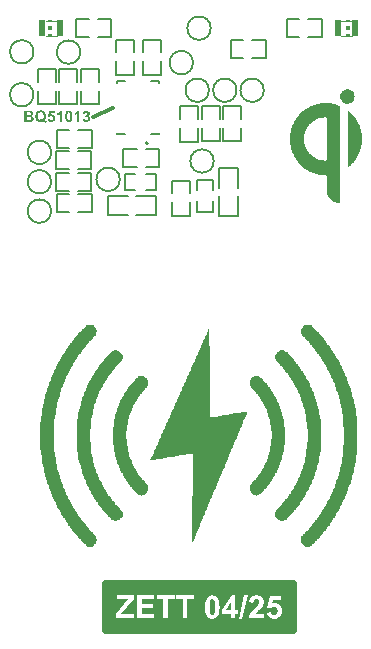
<source format=gto>
G04*
G04 #@! TF.GenerationSoftware,Altium Limited,Altium Designer,24.8.2 (39)*
G04*
G04 Layer_Color=65535*
%FSLAX23Y23*%
%MOIN*%
G70*
G04*
G04 #@! TF.SameCoordinates,0D03BC48-351D-4F96-96CD-3B8D4E6E46E2*
G04*
G04*
G04 #@! TF.FilePolarity,Positive*
G04*
G01*
G75*
%ADD10C,0.008*%
%ADD11C,0.020*%
%ADD12C,0.012*%
%ADD13C,0.006*%
%ADD14C,0.005*%
%ADD15C,0.004*%
%ADD16R,0.024X0.053*%
%ADD17R,0.012X0.012*%
%ADD18R,0.012X0.006*%
G36*
X2212Y2866D02*
X2217D01*
Y2864D01*
X2220D01*
Y2863D01*
X2222D01*
Y2861D01*
X2224D01*
Y2860D01*
X2225D01*
Y2858D01*
X2227D01*
Y2857D01*
X2228D01*
Y2854D01*
X2229D01*
Y2851D01*
X2231D01*
Y2846D01*
X2232D01*
Y2840D01*
X2231D01*
Y2835D01*
X2229D01*
Y2832D01*
X2228D01*
Y2829D01*
X2227D01*
Y2827D01*
X2225D01*
Y2826D01*
X2224D01*
Y2825D01*
X2222D01*
Y2823D01*
X2221D01*
Y2822D01*
X2218D01*
Y2820D01*
X2214D01*
Y2819D01*
X2201D01*
Y2820D01*
X2197D01*
Y2822D01*
X2196D01*
Y2823D01*
X2193D01*
Y2825D01*
X2191D01*
Y2826D01*
X2190D01*
Y2827D01*
X2188D01*
Y2830D01*
X2187D01*
Y2832D01*
X2186D01*
Y2836D01*
X2184D01*
Y2850D01*
X2186D01*
Y2853D01*
X2187D01*
Y2856D01*
X2188D01*
Y2858D01*
X2190D01*
Y2860D01*
X2191D01*
Y2861D01*
X2194D01*
Y2863D01*
X2196D01*
Y2864D01*
X2198D01*
Y2866D01*
X2204D01*
Y2867D01*
X2212D01*
Y2866D01*
D02*
G37*
G36*
X2211Y2794D02*
X2214D01*
Y2792D01*
X2215D01*
Y2791D01*
X2217D01*
Y2789D01*
X2218D01*
Y2788D01*
X2220D01*
Y2787D01*
X2221D01*
Y2785D01*
X2222D01*
Y2784D01*
X2224D01*
Y2782D01*
X2225D01*
Y2781D01*
X2227D01*
Y2779D01*
X2228D01*
Y2778D01*
X2229D01*
Y2775D01*
X2231D01*
Y2774D01*
X2232D01*
Y2772D01*
X2234D01*
Y2770D01*
X2235D01*
Y2768D01*
X2236D01*
Y2765D01*
X2238D01*
Y2764D01*
X2239D01*
Y2761D01*
X2241D01*
Y2758D01*
X2242D01*
Y2755D01*
X2244D01*
Y2753D01*
X2245D01*
Y2750D01*
X2246D01*
Y2747D01*
X2248D01*
Y2743D01*
X2249D01*
Y2739D01*
X2251D01*
Y2734D01*
X2252D01*
Y2729D01*
X2253D01*
Y2722D01*
X2255D01*
Y2710D01*
X2256D01*
Y2692D01*
X2255D01*
Y2684D01*
Y2682D01*
Y2681D01*
X2253D01*
Y2674D01*
X2252D01*
Y2668D01*
X2251D01*
Y2664D01*
X2249D01*
Y2660D01*
X2248D01*
Y2657D01*
X2246D01*
Y2652D01*
X2245D01*
Y2650D01*
X2244D01*
Y2647D01*
X2242D01*
Y2644D01*
X2241D01*
Y2641D01*
X2239D01*
Y2638D01*
X2238D01*
Y2637D01*
X2236D01*
Y2634D01*
X2235D01*
Y2633D01*
X2234D01*
Y2630D01*
X2232D01*
Y2628D01*
X2231D01*
Y2627D01*
X2229D01*
Y2626D01*
X2228D01*
Y2623D01*
X2227D01*
Y2621D01*
X2225D01*
Y2620D01*
X2224D01*
Y2619D01*
X2222D01*
Y2617D01*
X2221D01*
Y2616D01*
X2220D01*
Y2614D01*
X2218D01*
Y2613D01*
X2217D01*
Y2612D01*
X2215D01*
Y2610D01*
X2214D01*
Y2609D01*
X2211D01*
Y2607D01*
X2208D01*
Y2795D01*
X2211D01*
Y2794D01*
D02*
G37*
G36*
X2145Y2820D02*
X2156D01*
Y2819D01*
X2163D01*
Y2818D01*
X2169D01*
Y2816D01*
X2173D01*
Y2815D01*
X2177D01*
Y2813D01*
X2180D01*
Y2812D01*
X2181D01*
Y2811D01*
X2183D01*
Y2808D01*
X2184D01*
Y2621D01*
Y2620D01*
Y2492D01*
X2183D01*
Y2489D01*
X2181D01*
Y2487D01*
X2176D01*
Y2489D01*
X2169D01*
Y2490D01*
X2165D01*
Y2492D01*
X2162D01*
Y2493D01*
X2159D01*
Y2494D01*
X2156D01*
Y2496D01*
X2155D01*
Y2497D01*
X2153D01*
Y2499D01*
X2152D01*
Y2500D01*
X2150D01*
Y2501D01*
X2149D01*
Y2503D01*
X2148D01*
Y2504D01*
X2146D01*
Y2507D01*
X2145D01*
Y2509D01*
X2143D01*
Y2511D01*
X2142D01*
Y2516D01*
X2141D01*
Y2518D01*
X2139D01*
Y2524D01*
X2138D01*
Y2578D01*
X2136D01*
Y2579D01*
X2135D01*
Y2581D01*
X2126D01*
Y2582D01*
X2115D01*
Y2583D01*
X2108D01*
Y2585D01*
X2102D01*
Y2586D01*
X2098D01*
Y2588D01*
X2094D01*
Y2589D01*
X2090D01*
Y2590D01*
X2087D01*
Y2592D01*
X2084D01*
Y2593D01*
X2081D01*
Y2595D01*
X2078D01*
Y2596D01*
X2076D01*
Y2597D01*
X2073D01*
Y2599D01*
X2071D01*
Y2600D01*
X2069D01*
Y2602D01*
X2067D01*
Y2603D01*
X2064D01*
Y2604D01*
X2063D01*
Y2606D01*
X2061D01*
Y2607D01*
X2059D01*
Y2609D01*
X2057D01*
Y2610D01*
X2056D01*
Y2612D01*
X2054D01*
Y2613D01*
X2053D01*
Y2614D01*
X2052D01*
Y2616D01*
X2050D01*
Y2617D01*
X2049D01*
Y2619D01*
X2047D01*
Y2620D01*
X2046D01*
Y2621D01*
X2045D01*
Y2623D01*
X2043D01*
Y2624D01*
X2042D01*
Y2627D01*
X2040D01*
Y2628D01*
X2039D01*
Y2630D01*
X2038D01*
Y2633D01*
X2036D01*
Y2634D01*
X2035D01*
Y2637D01*
X2033D01*
Y2638D01*
X2032D01*
Y2641D01*
X2030D01*
Y2644D01*
X2029D01*
Y2647D01*
X2028D01*
Y2650D01*
X2026D01*
Y2652D01*
X2025D01*
Y2655D01*
X2023D01*
Y2660D01*
X2022D01*
Y2664D01*
X2021D01*
Y2668D01*
X2019D01*
Y2674D01*
X2018D01*
Y2681D01*
X2016D01*
Y2692D01*
X2015D01*
Y2710D01*
X2016D01*
Y2722D01*
X2018D01*
Y2729D01*
X2019D01*
Y2734D01*
X2021D01*
Y2739D01*
X2022D01*
Y2743D01*
X2023D01*
Y2747D01*
X2025D01*
Y2750D01*
X2026D01*
Y2753D01*
X2028D01*
Y2755D01*
X2029D01*
Y2758D01*
X2030D01*
Y2761D01*
X2032D01*
Y2764D01*
X2033D01*
Y2765D01*
X2035D01*
Y2768D01*
X2036D01*
Y2770D01*
X2038D01*
Y2772D01*
X2039D01*
Y2774D01*
X2040D01*
Y2775D01*
X2042D01*
Y2778D01*
X2043D01*
Y2779D01*
X2045D01*
Y2781D01*
X2046D01*
Y2782D01*
X2047D01*
Y2784D01*
X2049D01*
Y2785D01*
X2050D01*
Y2787D01*
X2052D01*
Y2788D01*
X2053D01*
Y2789D01*
X2054D01*
Y2791D01*
X2056D01*
Y2792D01*
X2057D01*
Y2794D01*
X2059D01*
Y2795D01*
X2061D01*
Y2796D01*
X2063D01*
Y2798D01*
X2064D01*
Y2799D01*
X2067D01*
Y2801D01*
X2069D01*
Y2802D01*
X2071D01*
Y2803D01*
X2073D01*
Y2805D01*
X2076D01*
Y2806D01*
X2078D01*
Y2808D01*
X2081D01*
Y2809D01*
X2084D01*
Y2811D01*
X2087D01*
Y2812D01*
X2090D01*
Y2813D01*
X2094D01*
Y2815D01*
X2098D01*
Y2816D01*
X2102D01*
Y2818D01*
X2108D01*
Y2819D01*
X2115D01*
Y2820D01*
X2126D01*
Y2822D01*
X2145D01*
Y2820D01*
D02*
G37*
G36*
X1906Y1910D02*
X1914D01*
Y1908D01*
X1916D01*
Y1906D01*
X1921D01*
Y1904D01*
X1923D01*
Y1902D01*
X1925D01*
Y1899D01*
X1927D01*
Y1895D01*
X1929D01*
Y1893D01*
X1931D01*
Y1891D01*
X1933D01*
Y1889D01*
X1936D01*
Y1887D01*
X1938D01*
Y1885D01*
X1940D01*
Y1882D01*
X1942D01*
Y1878D01*
X1944D01*
Y1876D01*
X1946D01*
Y1874D01*
X1948D01*
Y1870D01*
X1950D01*
Y1868D01*
X1952D01*
Y1863D01*
X1955D01*
Y1861D01*
X1957D01*
Y1857D01*
X1959D01*
Y1855D01*
X1961D01*
Y1851D01*
X1963D01*
Y1846D01*
X1965D01*
Y1842D01*
X1967D01*
Y1840D01*
X1969D01*
Y1836D01*
X1972D01*
Y1831D01*
X1974D01*
Y1825D01*
X1976D01*
Y1821D01*
X1978D01*
Y1817D01*
X1980D01*
Y1810D01*
X1982D01*
Y1806D01*
X1984D01*
Y1800D01*
X1986D01*
Y1793D01*
X1989D01*
Y1787D01*
X1991D01*
Y1778D01*
X1993D01*
Y1768D01*
X1995D01*
Y1757D01*
X1997D01*
Y1740D01*
X1999D01*
Y1683D01*
X1997D01*
Y1668D01*
X1995D01*
Y1657D01*
X1993D01*
Y1649D01*
X1991D01*
Y1640D01*
X1989D01*
Y1632D01*
X1986D01*
Y1626D01*
X1984D01*
Y1619D01*
X1982D01*
Y1615D01*
X1980D01*
Y1609D01*
X1978D01*
Y1604D01*
X1976D01*
Y1598D01*
X1974D01*
Y1594D01*
X1972D01*
Y1589D01*
X1969D01*
Y1587D01*
X1967D01*
Y1581D01*
X1965D01*
Y1579D01*
X1963D01*
Y1575D01*
X1961D01*
Y1570D01*
X1959D01*
Y1568D01*
X1957D01*
Y1564D01*
X1955D01*
Y1562D01*
X1952D01*
Y1558D01*
X1950D01*
Y1556D01*
X1948D01*
Y1553D01*
X1946D01*
Y1549D01*
X1944D01*
Y1547D01*
X1942D01*
Y1545D01*
X1940D01*
Y1541D01*
X1938D01*
Y1539D01*
X1936D01*
Y1536D01*
X1933D01*
Y1534D01*
X1931D01*
Y1532D01*
X1929D01*
Y1528D01*
X1927D01*
Y1526D01*
X1925D01*
Y1524D01*
X1923D01*
Y1522D01*
X1921D01*
Y1519D01*
X1916D01*
Y1517D01*
X1914D01*
Y1515D01*
X1906D01*
Y1513D01*
X1902D01*
Y1515D01*
X1893D01*
Y1517D01*
X1891D01*
Y1519D01*
X1889D01*
Y1522D01*
X1887D01*
Y1524D01*
X1885D01*
Y1528D01*
X1882D01*
Y1547D01*
X1885D01*
Y1549D01*
X1887D01*
Y1553D01*
X1889D01*
Y1556D01*
X1891D01*
Y1558D01*
X1893D01*
Y1560D01*
X1895D01*
Y1562D01*
X1897D01*
Y1564D01*
X1899D01*
Y1566D01*
X1902D01*
Y1568D01*
X1904D01*
Y1572D01*
X1906D01*
Y1575D01*
X1908D01*
Y1577D01*
X1910D01*
Y1581D01*
X1912D01*
Y1583D01*
X1914D01*
Y1585D01*
X1916D01*
Y1589D01*
X1919D01*
Y1592D01*
X1921D01*
Y1596D01*
X1923D01*
Y1600D01*
X1925D01*
Y1604D01*
X1927D01*
Y1606D01*
X1929D01*
Y1611D01*
X1931D01*
Y1615D01*
X1933D01*
Y1621D01*
X1936D01*
Y1626D01*
X1938D01*
Y1630D01*
X1940D01*
Y1636D01*
X1942D01*
Y1643D01*
X1944D01*
Y1649D01*
X1946D01*
Y1657D01*
X1948D01*
Y1666D01*
X1950D01*
Y1679D01*
X1952D01*
Y1700D01*
X1955D01*
Y1727D01*
X1952D01*
Y1747D01*
X1950D01*
Y1759D01*
X1948D01*
Y1768D01*
X1946D01*
Y1776D01*
X1944D01*
Y1783D01*
X1942D01*
Y1789D01*
X1940D01*
Y1795D01*
X1938D01*
Y1800D01*
X1936D01*
Y1806D01*
X1933D01*
Y1810D01*
X1931D01*
Y1814D01*
X1929D01*
Y1819D01*
X1927D01*
Y1821D01*
X1925D01*
Y1825D01*
X1923D01*
Y1829D01*
X1921D01*
Y1834D01*
X1919D01*
Y1836D01*
X1916D01*
Y1840D01*
X1914D01*
Y1842D01*
X1912D01*
Y1846D01*
X1910D01*
Y1848D01*
X1908D01*
Y1851D01*
X1906D01*
Y1853D01*
X1904D01*
Y1857D01*
X1902D01*
Y1859D01*
X1899D01*
Y1861D01*
X1897D01*
Y1863D01*
X1895D01*
Y1865D01*
X1893D01*
Y1868D01*
X1891D01*
Y1870D01*
X1889D01*
Y1872D01*
X1887D01*
Y1876D01*
X1885D01*
Y1878D01*
X1882D01*
Y1897D01*
X1885D01*
Y1902D01*
X1887D01*
Y1904D01*
X1889D01*
Y1906D01*
X1891D01*
Y1908D01*
X1895D01*
Y1910D01*
X1902D01*
Y1912D01*
X1906D01*
Y1910D01*
D02*
G37*
G36*
X1524D02*
X1530D01*
Y1908D01*
X1534D01*
Y1906D01*
X1536D01*
Y1904D01*
X1539D01*
Y1902D01*
X1541D01*
Y1897D01*
X1543D01*
Y1889D01*
X1545D01*
Y1887D01*
X1543D01*
Y1878D01*
X1541D01*
Y1874D01*
X1539D01*
Y1872D01*
X1536D01*
Y1870D01*
X1534D01*
Y1868D01*
X1532D01*
Y1865D01*
X1530D01*
Y1863D01*
X1528D01*
Y1861D01*
X1526D01*
Y1859D01*
X1524D01*
Y1857D01*
X1522D01*
Y1853D01*
X1519D01*
Y1851D01*
X1517D01*
Y1848D01*
X1515D01*
Y1844D01*
X1513D01*
Y1842D01*
X1511D01*
Y1840D01*
X1509D01*
Y1836D01*
X1507D01*
Y1834D01*
X1505D01*
Y1829D01*
X1502D01*
Y1825D01*
X1500D01*
Y1821D01*
X1498D01*
Y1819D01*
X1496D01*
Y1814D01*
X1494D01*
Y1810D01*
X1492D01*
Y1804D01*
X1490D01*
Y1800D01*
X1488D01*
Y1795D01*
X1485D01*
Y1789D01*
X1483D01*
Y1783D01*
X1481D01*
Y1776D01*
X1479D01*
Y1768D01*
X1477D01*
Y1759D01*
X1475D01*
Y1747D01*
X1473D01*
Y1727D01*
X1471D01*
Y1700D01*
X1473D01*
Y1679D01*
X1475D01*
Y1666D01*
X1477D01*
Y1657D01*
X1479D01*
Y1649D01*
X1481D01*
Y1643D01*
X1483D01*
Y1636D01*
X1485D01*
Y1630D01*
X1488D01*
Y1626D01*
X1490D01*
Y1619D01*
X1492D01*
Y1615D01*
X1494D01*
Y1611D01*
X1496D01*
Y1606D01*
X1498D01*
Y1604D01*
X1500D01*
Y1600D01*
X1502D01*
Y1596D01*
X1505D01*
Y1592D01*
X1507D01*
Y1589D01*
X1509D01*
Y1585D01*
X1511D01*
Y1583D01*
X1513D01*
Y1579D01*
X1515D01*
Y1577D01*
X1517D01*
Y1575D01*
X1519D01*
Y1572D01*
X1522D01*
Y1568D01*
X1524D01*
Y1566D01*
X1526D01*
Y1564D01*
X1528D01*
Y1562D01*
X1530D01*
Y1560D01*
X1532D01*
Y1558D01*
X1534D01*
Y1556D01*
X1536D01*
Y1553D01*
X1539D01*
Y1549D01*
X1541D01*
Y1547D01*
X1543D01*
Y1528D01*
X1541D01*
Y1524D01*
X1539D01*
Y1522D01*
X1536D01*
Y1519D01*
X1534D01*
Y1517D01*
X1532D01*
Y1515D01*
X1522D01*
Y1513D01*
X1519D01*
Y1515D01*
X1511D01*
Y1517D01*
X1509D01*
Y1519D01*
X1505D01*
Y1522D01*
X1502D01*
Y1524D01*
X1500D01*
Y1526D01*
X1498D01*
Y1528D01*
X1496D01*
Y1532D01*
X1494D01*
Y1534D01*
X1492D01*
Y1536D01*
X1490D01*
Y1539D01*
X1488D01*
Y1541D01*
X1485D01*
Y1543D01*
X1483D01*
Y1547D01*
X1481D01*
Y1549D01*
X1479D01*
Y1551D01*
X1477D01*
Y1556D01*
X1475D01*
Y1558D01*
X1473D01*
Y1562D01*
X1471D01*
Y1564D01*
X1468D01*
Y1568D01*
X1466D01*
Y1570D01*
X1464D01*
Y1575D01*
X1462D01*
Y1579D01*
X1460D01*
Y1581D01*
X1458D01*
Y1587D01*
X1456D01*
Y1589D01*
X1454D01*
Y1594D01*
X1451D01*
Y1598D01*
X1449D01*
Y1604D01*
X1447D01*
Y1609D01*
X1445D01*
Y1615D01*
X1443D01*
Y1619D01*
X1441D01*
Y1626D01*
X1439D01*
Y1632D01*
X1437D01*
Y1640D01*
X1434D01*
Y1649D01*
X1432D01*
Y1657D01*
X1430D01*
Y1668D01*
X1428D01*
Y1683D01*
X1426D01*
Y1740D01*
X1428D01*
Y1757D01*
X1430D01*
Y1768D01*
X1432D01*
Y1778D01*
X1434D01*
Y1785D01*
X1437D01*
Y1793D01*
X1439D01*
Y1800D01*
X1441D01*
Y1806D01*
X1443D01*
Y1810D01*
X1445D01*
Y1817D01*
X1447D01*
Y1821D01*
X1449D01*
Y1827D01*
X1451D01*
Y1831D01*
X1454D01*
Y1836D01*
X1456D01*
Y1840D01*
X1458D01*
Y1842D01*
X1460D01*
Y1846D01*
X1462D01*
Y1851D01*
X1464D01*
Y1855D01*
X1466D01*
Y1857D01*
X1468D01*
Y1861D01*
X1471D01*
Y1863D01*
X1473D01*
Y1868D01*
X1475D01*
Y1870D01*
X1477D01*
Y1874D01*
X1479D01*
Y1876D01*
X1481D01*
Y1878D01*
X1483D01*
Y1880D01*
X1485D01*
Y1885D01*
X1488D01*
Y1887D01*
X1490D01*
Y1889D01*
X1492D01*
Y1891D01*
X1494D01*
Y1893D01*
X1496D01*
Y1895D01*
X1498D01*
Y1899D01*
X1500D01*
Y1902D01*
X1502D01*
Y1904D01*
X1505D01*
Y1906D01*
X1509D01*
Y1908D01*
X1511D01*
Y1910D01*
X1519D01*
Y1912D01*
X1524D01*
Y1910D01*
D02*
G37*
G36*
X1997Y1995D02*
X2001D01*
Y1993D01*
X2003D01*
Y1991D01*
X2008D01*
Y1989D01*
X2010D01*
Y1984D01*
X2012D01*
Y1982D01*
X2014D01*
Y1980D01*
X2016D01*
Y1978D01*
X2018D01*
Y1976D01*
X2020D01*
Y1974D01*
X2023D01*
Y1972D01*
X2025D01*
Y1969D01*
X2027D01*
Y1967D01*
X2029D01*
Y1963D01*
X2031D01*
Y1961D01*
X2033D01*
Y1959D01*
X2035D01*
Y1957D01*
X2037D01*
Y1952D01*
X2040D01*
Y1950D01*
X2042D01*
Y1948D01*
X2044D01*
Y1946D01*
X2046D01*
Y1942D01*
X2048D01*
Y1940D01*
X2050D01*
Y1936D01*
X2052D01*
Y1933D01*
X2054D01*
Y1929D01*
X2057D01*
Y1927D01*
X2059D01*
Y1923D01*
X2061D01*
Y1921D01*
X2063D01*
Y1916D01*
X2065D01*
Y1914D01*
X2067D01*
Y1910D01*
X2069D01*
Y1906D01*
X2071D01*
Y1902D01*
X2073D01*
Y1897D01*
X2076D01*
Y1895D01*
X2078D01*
Y1891D01*
X2080D01*
Y1887D01*
X2082D01*
Y1882D01*
X2084D01*
Y1876D01*
X2086D01*
Y1872D01*
X2088D01*
Y1868D01*
X2090D01*
Y1861D01*
X2093D01*
Y1857D01*
X2095D01*
Y1851D01*
X2097D01*
Y1846D01*
X2099D01*
Y1840D01*
X2101D01*
Y1834D01*
X2103D01*
Y1825D01*
X2105D01*
Y1819D01*
X2107D01*
Y1810D01*
X2110D01*
Y1802D01*
X2112D01*
Y1791D01*
X2114D01*
Y1781D01*
X2116D01*
Y1776D01*
Y1774D01*
Y1768D01*
X2118D01*
Y1751D01*
X2120D01*
Y1677D01*
X2118D01*
Y1657D01*
X2116D01*
Y1645D01*
X2114D01*
Y1632D01*
X2112D01*
Y1623D01*
X2110D01*
Y1615D01*
X2107D01*
Y1606D01*
X2105D01*
Y1598D01*
X2103D01*
Y1592D01*
X2101D01*
Y1585D01*
X2099D01*
Y1579D01*
X2097D01*
Y1575D01*
X2095D01*
Y1568D01*
X2093D01*
Y1564D01*
X2090D01*
Y1558D01*
X2088D01*
Y1553D01*
X2086D01*
Y1549D01*
X2084D01*
Y1545D01*
X2082D01*
Y1541D01*
X2080D01*
Y1536D01*
X2078D01*
Y1530D01*
X2076D01*
Y1528D01*
X2073D01*
Y1524D01*
X2071D01*
Y1519D01*
X2069D01*
Y1515D01*
X2067D01*
Y1513D01*
X2065D01*
Y1509D01*
X2063D01*
Y1505D01*
X2061D01*
Y1502D01*
X2059D01*
Y1498D01*
X2057D01*
Y1496D01*
X2054D01*
Y1492D01*
X2052D01*
Y1490D01*
X2050D01*
Y1485D01*
X2048D01*
Y1483D01*
X2046D01*
Y1479D01*
X2044D01*
Y1477D01*
X2042D01*
Y1475D01*
X2040D01*
Y1473D01*
X2037D01*
Y1468D01*
X2035D01*
Y1466D01*
X2033D01*
Y1464D01*
X2031D01*
Y1462D01*
X2029D01*
Y1458D01*
X2027D01*
Y1456D01*
X2025D01*
Y1454D01*
X2023D01*
Y1451D01*
X2020D01*
Y1449D01*
X2018D01*
Y1447D01*
X2016D01*
Y1445D01*
X2014D01*
Y1443D01*
X2012D01*
Y1441D01*
X2010D01*
Y1437D01*
X2006D01*
Y1432D01*
X2001D01*
Y1430D01*
X1997D01*
Y1428D01*
X1984D01*
Y1430D01*
X1978D01*
Y1432D01*
X1976D01*
Y1434D01*
X1974D01*
Y1437D01*
X1972D01*
Y1439D01*
X1969D01*
Y1443D01*
X1967D01*
Y1458D01*
X1969D01*
Y1464D01*
X1972D01*
Y1466D01*
X1974D01*
Y1468D01*
X1976D01*
Y1471D01*
X1978D01*
Y1473D01*
X1980D01*
Y1475D01*
X1982D01*
Y1477D01*
X1984D01*
Y1479D01*
X1986D01*
Y1481D01*
X1989D01*
Y1483D01*
X1991D01*
Y1488D01*
X1993D01*
Y1490D01*
X1995D01*
Y1492D01*
X1997D01*
Y1494D01*
X1999D01*
Y1496D01*
X2001D01*
Y1500D01*
X2003D01*
Y1502D01*
X2006D01*
Y1505D01*
X2008D01*
Y1509D01*
X2010D01*
Y1511D01*
X2012D01*
Y1513D01*
X2014D01*
Y1517D01*
X2016D01*
Y1519D01*
X2018D01*
Y1524D01*
X2020D01*
Y1528D01*
X2023D01*
Y1530D01*
X2025D01*
Y1534D01*
X2027D01*
Y1536D01*
X2029D01*
Y1541D01*
X2031D01*
Y1545D01*
X2033D01*
Y1549D01*
X2035D01*
Y1553D01*
X2037D01*
Y1556D01*
X2040D01*
Y1562D01*
X2042D01*
Y1566D01*
X2044D01*
Y1570D01*
X2046D01*
Y1575D01*
X2048D01*
Y1581D01*
X2050D01*
Y1585D01*
X2052D01*
Y1589D01*
X2054D01*
Y1596D01*
X2057D01*
Y1602D01*
X2059D01*
Y1609D01*
X2061D01*
Y1615D01*
X2063D01*
Y1623D01*
X2065D01*
Y1632D01*
X2067D01*
Y1643D01*
X2069D01*
Y1653D01*
X2071D01*
Y1668D01*
X2073D01*
Y1691D01*
X2076D01*
Y1734D01*
X2073D01*
Y1757D01*
X2071D01*
Y1772D01*
X2069D01*
Y1785D01*
X2067D01*
Y1793D01*
X2065D01*
Y1802D01*
X2063D01*
Y1808D01*
X2061D01*
Y1817D01*
X2059D01*
Y1823D01*
X2057D01*
Y1829D01*
X2054D01*
Y1836D01*
X2052D01*
Y1840D01*
X2050D01*
Y1846D01*
X2048D01*
Y1851D01*
X2046D01*
Y1855D01*
X2044D01*
Y1859D01*
X2042D01*
Y1865D01*
X2040D01*
Y1870D01*
X2037D01*
Y1872D01*
X2035D01*
Y1876D01*
X2033D01*
Y1880D01*
X2031D01*
Y1885D01*
X2029D01*
Y1889D01*
X2027D01*
Y1893D01*
X2025D01*
Y1895D01*
X2023D01*
Y1899D01*
X2020D01*
Y1902D01*
X2018D01*
Y1906D01*
X2016D01*
Y1908D01*
X2014D01*
Y1912D01*
X2012D01*
Y1914D01*
X2010D01*
Y1916D01*
X2008D01*
Y1921D01*
X2006D01*
Y1923D01*
X2003D01*
Y1925D01*
X2001D01*
Y1929D01*
X1999D01*
Y1931D01*
X1997D01*
Y1933D01*
X1995D01*
Y1936D01*
X1993D01*
Y1940D01*
X1991D01*
Y1942D01*
X1989D01*
Y1944D01*
X1986D01*
Y1946D01*
X1984D01*
Y1948D01*
X1982D01*
Y1950D01*
X1980D01*
Y1952D01*
X1978D01*
Y1955D01*
X1976D01*
Y1957D01*
X1974D01*
Y1959D01*
X1972D01*
Y1963D01*
X1969D01*
Y1967D01*
X1967D01*
Y1982D01*
X1969D01*
Y1986D01*
X1972D01*
Y1989D01*
X1974D01*
Y1991D01*
X1976D01*
Y1993D01*
X1978D01*
Y1995D01*
X1984D01*
Y1997D01*
X1997D01*
Y1995D01*
D02*
G37*
G36*
X1441D02*
X1447D01*
Y1993D01*
X1449D01*
Y1991D01*
X1451D01*
Y1989D01*
X1454D01*
Y1986D01*
X1456D01*
Y1982D01*
X1458D01*
Y1967D01*
X1456D01*
Y1963D01*
X1454D01*
Y1959D01*
X1451D01*
Y1957D01*
X1449D01*
Y1955D01*
X1447D01*
Y1952D01*
X1445D01*
Y1950D01*
X1443D01*
Y1948D01*
X1441D01*
Y1946D01*
X1439D01*
Y1944D01*
X1437D01*
Y1942D01*
X1434D01*
Y1938D01*
X1432D01*
Y1936D01*
X1430D01*
Y1933D01*
X1428D01*
Y1931D01*
X1426D01*
Y1929D01*
X1424D01*
Y1925D01*
X1422D01*
Y1923D01*
X1420D01*
Y1921D01*
X1418D01*
Y1919D01*
X1415D01*
Y1914D01*
X1413D01*
Y1912D01*
X1411D01*
Y1908D01*
X1409D01*
Y1906D01*
X1407D01*
Y1902D01*
X1405D01*
Y1899D01*
X1403D01*
Y1895D01*
X1401D01*
Y1891D01*
X1398D01*
Y1889D01*
X1396D01*
Y1885D01*
X1394D01*
Y1880D01*
X1392D01*
Y1876D01*
X1390D01*
Y1874D01*
X1388D01*
Y1870D01*
X1386D01*
Y1865D01*
X1384D01*
Y1861D01*
X1381D01*
Y1855D01*
X1379D01*
Y1851D01*
X1377D01*
Y1846D01*
X1375D01*
Y1840D01*
X1373D01*
Y1836D01*
X1371D01*
Y1829D01*
X1369D01*
Y1823D01*
X1367D01*
Y1817D01*
X1364D01*
Y1808D01*
X1362D01*
Y1802D01*
X1360D01*
Y1793D01*
X1358D01*
Y1783D01*
X1356D01*
Y1772D01*
X1354D01*
Y1757D01*
X1352D01*
Y1734D01*
X1350D01*
Y1691D01*
X1352D01*
Y1668D01*
X1354D01*
Y1653D01*
X1356D01*
Y1643D01*
X1358D01*
Y1632D01*
X1360D01*
Y1623D01*
X1362D01*
Y1615D01*
X1364D01*
Y1609D01*
X1367D01*
Y1602D01*
X1369D01*
Y1596D01*
X1371D01*
Y1589D01*
X1373D01*
Y1585D01*
X1375D01*
Y1579D01*
X1377D01*
Y1575D01*
X1379D01*
Y1570D01*
X1381D01*
Y1566D01*
X1384D01*
Y1560D01*
X1386D01*
Y1558D01*
X1388D01*
Y1553D01*
X1390D01*
Y1549D01*
X1392D01*
Y1545D01*
X1394D01*
Y1541D01*
X1396D01*
Y1536D01*
X1398D01*
Y1532D01*
X1401D01*
Y1530D01*
X1403D01*
Y1526D01*
X1405D01*
Y1524D01*
X1407D01*
Y1519D01*
X1409D01*
Y1517D01*
X1411D01*
Y1513D01*
X1413D01*
Y1511D01*
X1415D01*
Y1507D01*
X1418D01*
Y1505D01*
X1420D01*
Y1502D01*
X1422D01*
Y1500D01*
X1424D01*
Y1496D01*
X1426D01*
Y1494D01*
X1428D01*
Y1492D01*
X1430D01*
Y1490D01*
X1432D01*
Y1488D01*
X1434D01*
Y1483D01*
X1437D01*
Y1481D01*
X1439D01*
Y1479D01*
X1441D01*
Y1477D01*
X1443D01*
Y1475D01*
X1445D01*
Y1473D01*
X1447D01*
Y1471D01*
X1449D01*
Y1468D01*
X1451D01*
Y1466D01*
X1454D01*
Y1462D01*
X1456D01*
Y1458D01*
X1458D01*
Y1443D01*
X1456D01*
Y1439D01*
X1454D01*
Y1437D01*
X1451D01*
Y1434D01*
X1449D01*
Y1432D01*
X1447D01*
Y1430D01*
X1441D01*
Y1428D01*
X1428D01*
Y1430D01*
X1424D01*
Y1432D01*
X1420D01*
Y1437D01*
X1418D01*
Y1439D01*
X1415D01*
Y1441D01*
X1413D01*
Y1443D01*
X1411D01*
Y1445D01*
X1409D01*
Y1447D01*
X1407D01*
Y1449D01*
X1405D01*
Y1451D01*
X1403D01*
Y1454D01*
X1401D01*
Y1456D01*
X1398D01*
Y1458D01*
X1396D01*
Y1462D01*
X1394D01*
Y1464D01*
X1392D01*
Y1466D01*
X1390D01*
Y1468D01*
X1388D01*
Y1471D01*
X1386D01*
Y1475D01*
X1384D01*
Y1477D01*
X1381D01*
Y1479D01*
X1379D01*
Y1483D01*
X1377D01*
Y1485D01*
X1375D01*
Y1490D01*
X1373D01*
Y1492D01*
X1371D01*
Y1496D01*
X1369D01*
Y1498D01*
X1367D01*
Y1502D01*
X1364D01*
Y1505D01*
X1362D01*
Y1509D01*
X1360D01*
Y1511D01*
X1358D01*
Y1515D01*
X1356D01*
Y1519D01*
X1354D01*
Y1524D01*
X1352D01*
Y1528D01*
X1350D01*
Y1532D01*
X1347D01*
Y1536D01*
X1345D01*
Y1541D01*
X1343D01*
Y1545D01*
X1341D01*
Y1549D01*
X1339D01*
Y1553D01*
X1337D01*
Y1558D01*
X1335D01*
Y1564D01*
X1333D01*
Y1568D01*
X1330D01*
Y1575D01*
X1328D01*
Y1579D01*
X1326D01*
Y1583D01*
Y1585D01*
X1324D01*
Y1592D01*
X1322D01*
Y1600D01*
X1320D01*
Y1606D01*
X1318D01*
Y1615D01*
X1316D01*
Y1623D01*
X1313D01*
Y1632D01*
X1311D01*
Y1645D01*
X1309D01*
Y1657D01*
X1307D01*
Y1677D01*
X1305D01*
Y1751D01*
X1307D01*
Y1768D01*
X1309D01*
Y1781D01*
X1311D01*
Y1791D01*
X1313D01*
Y1802D01*
X1316D01*
Y1810D01*
X1318D01*
Y1819D01*
X1320D01*
Y1827D01*
X1322D01*
Y1834D01*
X1324D01*
Y1840D01*
X1326D01*
Y1846D01*
X1328D01*
Y1851D01*
X1330D01*
Y1857D01*
X1333D01*
Y1861D01*
X1335D01*
Y1868D01*
X1337D01*
Y1872D01*
X1339D01*
Y1876D01*
X1341D01*
Y1880D01*
X1343D01*
Y1887D01*
X1345D01*
Y1891D01*
X1347D01*
Y1895D01*
X1350D01*
Y1897D01*
X1352D01*
Y1902D01*
X1354D01*
Y1906D01*
X1356D01*
Y1910D01*
X1358D01*
Y1912D01*
X1360D01*
Y1916D01*
X1362D01*
Y1921D01*
X1364D01*
Y1923D01*
X1367D01*
Y1927D01*
X1369D01*
Y1929D01*
X1371D01*
Y1933D01*
X1373D01*
Y1936D01*
X1375D01*
Y1940D01*
X1377D01*
Y1942D01*
X1379D01*
Y1944D01*
X1381D01*
Y1948D01*
X1384D01*
Y1950D01*
X1386D01*
Y1955D01*
X1388D01*
Y1957D01*
X1390D01*
Y1959D01*
X1392D01*
Y1961D01*
X1394D01*
Y1963D01*
X1396D01*
Y1967D01*
X1398D01*
Y1969D01*
X1401D01*
Y1972D01*
X1403D01*
Y1974D01*
X1405D01*
Y1976D01*
X1407D01*
Y1978D01*
X1409D01*
Y1980D01*
X1411D01*
Y1982D01*
X1413D01*
Y1984D01*
X1415D01*
Y1989D01*
X1420D01*
Y1993D01*
X1424D01*
Y1995D01*
X1430D01*
Y1997D01*
X1441D01*
Y1995D01*
D02*
G37*
G36*
X1747Y2012D02*
X1749D01*
Y1893D01*
X1751D01*
Y1774D01*
X1761D01*
Y1776D01*
X1776D01*
Y1778D01*
X1789D01*
Y1781D01*
X1802D01*
Y1783D01*
X1814D01*
Y1785D01*
X1827D01*
Y1787D01*
X1840D01*
Y1789D01*
X1853D01*
Y1791D01*
X1868D01*
Y1793D01*
X1874D01*
Y1789D01*
X1872D01*
Y1783D01*
X1870D01*
Y1778D01*
X1868D01*
Y1774D01*
X1865D01*
Y1768D01*
X1863D01*
Y1764D01*
X1861D01*
Y1759D01*
X1859D01*
Y1753D01*
X1857D01*
Y1749D01*
X1855D01*
Y1742D01*
X1853D01*
Y1738D01*
X1851D01*
Y1732D01*
X1848D01*
Y1727D01*
X1846D01*
Y1723D01*
X1844D01*
Y1717D01*
X1842D01*
Y1713D01*
X1840D01*
Y1708D01*
X1838D01*
Y1704D01*
Y1702D01*
X1836D01*
Y1698D01*
X1834D01*
Y1691D01*
X1831D01*
Y1687D01*
X1829D01*
Y1683D01*
X1827D01*
Y1677D01*
X1825D01*
Y1672D01*
X1823D01*
Y1668D01*
X1821D01*
Y1662D01*
X1819D01*
Y1657D01*
X1817D01*
Y1651D01*
X1814D01*
Y1647D01*
X1812D01*
Y1640D01*
X1810D01*
Y1636D01*
X1808D01*
Y1632D01*
X1806D01*
Y1626D01*
X1804D01*
Y1621D01*
X1802D01*
Y1617D01*
X1800D01*
Y1611D01*
X1798D01*
Y1606D01*
X1795D01*
Y1602D01*
X1793D01*
Y1596D01*
X1791D01*
Y1592D01*
X1789D01*
Y1585D01*
X1787D01*
Y1581D01*
X1785D01*
Y1577D01*
X1783D01*
Y1570D01*
X1781D01*
Y1566D01*
X1778D01*
Y1560D01*
X1776D01*
Y1556D01*
X1774D01*
Y1551D01*
X1772D01*
Y1545D01*
X1770D01*
Y1541D01*
X1768D01*
Y1534D01*
X1766D01*
Y1530D01*
X1764D01*
Y1526D01*
X1761D01*
Y1519D01*
X1759D01*
Y1515D01*
X1757D01*
Y1511D01*
X1755D01*
Y1505D01*
X1753D01*
Y1500D01*
X1751D01*
Y1494D01*
X1749D01*
Y1490D01*
X1747D01*
Y1485D01*
X1744D01*
Y1479D01*
X1742D01*
Y1475D01*
X1740D01*
Y1471D01*
X1738D01*
Y1464D01*
X1736D01*
Y1460D01*
X1734D01*
Y1454D01*
X1732D01*
Y1449D01*
X1730D01*
Y1445D01*
X1727D01*
Y1439D01*
X1725D01*
Y1434D01*
X1723D01*
Y1428D01*
X1721D01*
Y1424D01*
X1719D01*
Y1420D01*
X1717D01*
Y1413D01*
X1715D01*
Y1409D01*
X1713D01*
Y1403D01*
X1710D01*
Y1398D01*
X1708D01*
Y1394D01*
X1706D01*
Y1388D01*
X1704D01*
Y1384D01*
X1702D01*
Y1379D01*
X1700D01*
Y1373D01*
X1698D01*
Y1369D01*
X1696D01*
Y1362D01*
X1693D01*
Y1358D01*
X1691D01*
Y1513D01*
X1693D01*
Y1653D01*
X1685D01*
Y1651D01*
X1670D01*
Y1649D01*
X1657D01*
Y1647D01*
X1645D01*
Y1645D01*
X1632D01*
Y1643D01*
X1619D01*
Y1640D01*
X1606D01*
Y1638D01*
X1594D01*
Y1636D01*
X1581D01*
Y1634D01*
X1568D01*
Y1632D01*
X1553D01*
Y1630D01*
X1551D01*
Y1636D01*
X1553D01*
Y1640D01*
X1556D01*
Y1645D01*
X1558D01*
Y1649D01*
X1560D01*
Y1653D01*
X1562D01*
Y1660D01*
X1564D01*
Y1664D01*
X1566D01*
Y1668D01*
X1568D01*
Y1674D01*
X1570D01*
Y1679D01*
X1572D01*
Y1683D01*
X1575D01*
Y1687D01*
X1577D01*
Y1691D01*
X1579D01*
Y1698D01*
X1581D01*
Y1702D01*
X1583D01*
Y1706D01*
X1585D01*
Y1710D01*
X1587D01*
Y1717D01*
X1589D01*
Y1721D01*
X1592D01*
Y1725D01*
X1594D01*
Y1730D01*
X1596D01*
Y1734D01*
X1598D01*
Y1740D01*
X1600D01*
Y1744D01*
X1602D01*
Y1749D01*
X1604D01*
Y1755D01*
X1606D01*
Y1759D01*
X1609D01*
Y1764D01*
X1611D01*
Y1768D01*
X1613D01*
Y1772D01*
X1615D01*
Y1778D01*
X1617D01*
Y1783D01*
X1619D01*
Y1787D01*
X1621D01*
Y1791D01*
X1623D01*
Y1798D01*
X1626D01*
Y1802D01*
X1628D01*
Y1806D01*
X1630D01*
Y1810D01*
X1632D01*
Y1817D01*
X1634D01*
Y1821D01*
X1636D01*
Y1825D01*
X1638D01*
Y1829D01*
X1640D01*
Y1836D01*
X1643D01*
Y1840D01*
X1645D01*
Y1844D01*
X1647D01*
Y1848D01*
X1649D01*
Y1855D01*
X1651D01*
Y1859D01*
X1653D01*
Y1863D01*
X1655D01*
Y1868D01*
X1657D01*
Y1874D01*
X1660D01*
Y1878D01*
X1662D01*
Y1882D01*
X1664D01*
Y1887D01*
X1666D01*
Y1891D01*
X1668D01*
Y1897D01*
X1670D01*
Y1902D01*
X1672D01*
Y1906D01*
X1674D01*
Y1910D01*
X1677D01*
Y1916D01*
X1679D01*
Y1921D01*
X1681D01*
Y1925D01*
X1683D01*
Y1929D01*
X1685D01*
Y1936D01*
X1687D01*
Y1940D01*
X1689D01*
Y1944D01*
X1691D01*
Y1948D01*
X1693D01*
Y1955D01*
X1696D01*
Y1959D01*
X1698D01*
Y1963D01*
X1700D01*
Y1967D01*
X1702D01*
Y1974D01*
X1704D01*
Y1978D01*
X1706D01*
Y1982D01*
X1708D01*
Y1986D01*
X1710D01*
Y1993D01*
X1713D01*
Y1997D01*
X1715D01*
Y2001D01*
X1717D01*
Y2006D01*
X1719D01*
Y2012D01*
X1721D01*
Y2016D01*
X1723D01*
Y2020D01*
X1725D01*
Y2025D01*
X1727D01*
Y2031D01*
X1730D01*
Y2035D01*
X1732D01*
Y2040D01*
X1734D01*
Y2044D01*
X1736D01*
Y2048D01*
X1738D01*
Y2054D01*
X1740D01*
Y2059D01*
X1742D01*
Y2063D01*
X1744D01*
Y2067D01*
X1747D01*
Y2012D01*
D02*
G37*
G36*
X2084Y2080D02*
X2088D01*
Y2078D01*
X2090D01*
Y2076D01*
X2093D01*
Y2073D01*
X2095D01*
Y2071D01*
X2097D01*
Y2069D01*
X2099D01*
Y2067D01*
X2101D01*
Y2065D01*
X2103D01*
Y2063D01*
X2105D01*
Y2061D01*
X2107D01*
Y2059D01*
X2110D01*
Y2057D01*
X2112D01*
Y2054D01*
X2114D01*
Y2052D01*
X2116D01*
Y2048D01*
X2118D01*
Y2046D01*
X2120D01*
Y2044D01*
X2122D01*
Y2042D01*
X2124D01*
Y2040D01*
X2127D01*
Y2037D01*
X2129D01*
Y2033D01*
X2131D01*
Y2031D01*
X2133D01*
Y2029D01*
X2135D01*
Y2025D01*
X2137D01*
Y2023D01*
X2139D01*
Y2020D01*
X2141D01*
Y2016D01*
X2144D01*
Y2014D01*
X2146D01*
Y2012D01*
X2148D01*
Y2008D01*
X2150D01*
Y2006D01*
X2152D01*
Y2003D01*
X2154D01*
Y1999D01*
X2156D01*
Y1995D01*
X2158D01*
Y1993D01*
X2161D01*
Y1989D01*
X2163D01*
Y1986D01*
X2165D01*
Y1982D01*
X2167D01*
Y1978D01*
X2169D01*
Y1976D01*
X2171D01*
Y1972D01*
X2173D01*
Y1967D01*
X2175D01*
Y1965D01*
X2178D01*
Y1961D01*
X2180D01*
Y1957D01*
X2182D01*
Y1952D01*
X2184D01*
Y1948D01*
X2186D01*
Y1944D01*
X2188D01*
Y1940D01*
X2190D01*
Y1936D01*
X2192D01*
Y1931D01*
X2194D01*
Y1927D01*
X2197D01*
Y1923D01*
X2199D01*
Y1916D01*
X2201D01*
Y1912D01*
X2203D01*
Y1908D01*
X2205D01*
Y1902D01*
X2207D01*
Y1895D01*
X2209D01*
Y1891D01*
X2211D01*
Y1885D01*
X2214D01*
Y1878D01*
X2216D01*
Y1872D01*
X2218D01*
Y1865D01*
X2220D01*
Y1859D01*
X2222D01*
Y1853D01*
X2224D01*
Y1842D01*
X2226D01*
Y1836D01*
X2228D01*
Y1825D01*
X2231D01*
Y1817D01*
X2233D01*
Y1806D01*
X2235D01*
Y1793D01*
X2237D01*
Y1778D01*
X2239D01*
Y1757D01*
X2241D01*
Y1666D01*
X2239D01*
Y1647D01*
X2237D01*
Y1632D01*
X2235D01*
Y1621D01*
X2233D01*
Y1609D01*
X2231D01*
Y1598D01*
X2228D01*
Y1589D01*
X2226D01*
Y1581D01*
X2224D01*
Y1575D01*
X2222D01*
Y1566D01*
X2220D01*
Y1560D01*
X2218D01*
Y1553D01*
X2216D01*
Y1547D01*
X2214D01*
Y1541D01*
X2211D01*
Y1534D01*
X2209D01*
Y1528D01*
X2207D01*
Y1524D01*
X2205D01*
Y1517D01*
X2203D01*
Y1513D01*
X2201D01*
Y1509D01*
X2199D01*
Y1502D01*
X2197D01*
Y1498D01*
X2194D01*
Y1494D01*
X2192D01*
Y1490D01*
X2190D01*
Y1485D01*
X2188D01*
Y1481D01*
X2186D01*
Y1477D01*
X2184D01*
Y1473D01*
X2182D01*
Y1468D01*
X2180D01*
Y1464D01*
X2178D01*
Y1460D01*
X2175D01*
Y1458D01*
X2173D01*
Y1454D01*
X2171D01*
Y1449D01*
X2169D01*
Y1445D01*
X2167D01*
Y1443D01*
X2165D01*
Y1439D01*
X2163D01*
Y1437D01*
X2161D01*
Y1432D01*
X2158D01*
Y1430D01*
X2156D01*
Y1426D01*
X2154D01*
Y1424D01*
X2152D01*
Y1420D01*
X2150D01*
Y1418D01*
X2148D01*
Y1413D01*
X2146D01*
Y1411D01*
X2144D01*
Y1409D01*
X2141D01*
Y1405D01*
X2139D01*
Y1403D01*
X2137D01*
Y1398D01*
X2135D01*
Y1396D01*
X2133D01*
Y1394D01*
X2131D01*
Y1392D01*
X2129D01*
Y1390D01*
X2127D01*
Y1386D01*
X2124D01*
Y1384D01*
X2122D01*
Y1381D01*
X2120D01*
Y1379D01*
X2118D01*
Y1377D01*
X2116D01*
Y1373D01*
X2114D01*
Y1371D01*
X2112D01*
Y1369D01*
X2110D01*
Y1367D01*
X2107D01*
Y1364D01*
X2105D01*
Y1362D01*
X2103D01*
Y1360D01*
X2101D01*
Y1358D01*
X2099D01*
Y1356D01*
X2097D01*
Y1354D01*
X2095D01*
Y1352D01*
X2093D01*
Y1350D01*
X2090D01*
Y1347D01*
X2088D01*
Y1345D01*
X2084D01*
Y1343D01*
X2067D01*
Y1345D01*
X2063D01*
Y1347D01*
X2061D01*
Y1350D01*
X2059D01*
Y1352D01*
X2057D01*
Y1354D01*
X2054D01*
Y1360D01*
X2052D01*
Y1369D01*
X2054D01*
Y1377D01*
X2057D01*
Y1379D01*
X2059D01*
Y1381D01*
X2061D01*
Y1384D01*
X2063D01*
Y1386D01*
X2065D01*
Y1388D01*
X2067D01*
Y1390D01*
X2069D01*
Y1392D01*
X2071D01*
Y1394D01*
X2073D01*
Y1396D01*
X2076D01*
Y1398D01*
X2078D01*
Y1403D01*
X2080D01*
Y1405D01*
X2082D01*
Y1407D01*
X2084D01*
Y1409D01*
X2086D01*
Y1411D01*
X2088D01*
Y1413D01*
X2090D01*
Y1418D01*
X2093D01*
Y1420D01*
X2095D01*
Y1422D01*
X2097D01*
Y1424D01*
X2099D01*
Y1428D01*
X2101D01*
Y1430D01*
X2103D01*
Y1432D01*
X2105D01*
Y1437D01*
X2107D01*
Y1439D01*
X2110D01*
Y1443D01*
X2112D01*
Y1445D01*
X2114D01*
Y1447D01*
X2116D01*
Y1451D01*
X2118D01*
Y1454D01*
X2120D01*
Y1458D01*
X2122D01*
Y1460D01*
X2124D01*
Y1464D01*
X2127D01*
Y1468D01*
X2129D01*
Y1471D01*
X2131D01*
Y1475D01*
X2133D01*
Y1479D01*
X2135D01*
Y1481D01*
X2137D01*
Y1485D01*
X2139D01*
Y1490D01*
X2141D01*
Y1494D01*
X2144D01*
Y1498D01*
X2146D01*
Y1502D01*
X2148D01*
Y1507D01*
X2150D01*
Y1511D01*
X2152D01*
Y1515D01*
X2154D01*
Y1519D01*
X2156D01*
Y1524D01*
X2158D01*
Y1530D01*
X2161D01*
Y1534D01*
X2163D01*
Y1539D01*
X2165D01*
Y1545D01*
X2167D01*
Y1551D01*
X2169D01*
Y1556D01*
X2171D01*
Y1564D01*
X2173D01*
Y1568D01*
X2175D01*
Y1577D01*
X2178D01*
Y1583D01*
X2180D01*
Y1592D01*
X2182D01*
Y1598D01*
X2184D01*
Y1609D01*
X2186D01*
Y1617D01*
X2188D01*
Y1630D01*
X2190D01*
Y1643D01*
X2192D01*
Y1657D01*
X2194D01*
Y1683D01*
X2197D01*
Y1742D01*
X2194D01*
Y1768D01*
X2192D01*
Y1785D01*
X2190D01*
Y1795D01*
X2188D01*
Y1806D01*
X2186D01*
Y1817D01*
X2184D01*
Y1825D01*
X2182D01*
Y1836D01*
X2180D01*
Y1842D01*
X2178D01*
Y1848D01*
X2175D01*
Y1857D01*
X2173D01*
Y1861D01*
X2171D01*
Y1870D01*
X2169D01*
Y1874D01*
X2167D01*
Y1880D01*
X2165D01*
Y1887D01*
X2163D01*
Y1891D01*
X2161D01*
Y1895D01*
X2158D01*
Y1902D01*
X2156D01*
Y1906D01*
X2154D01*
Y1910D01*
X2152D01*
Y1914D01*
X2150D01*
Y1919D01*
X2148D01*
Y1923D01*
X2146D01*
Y1927D01*
X2144D01*
Y1931D01*
X2141D01*
Y1936D01*
X2139D01*
Y1940D01*
X2137D01*
Y1944D01*
X2135D01*
Y1948D01*
X2133D01*
Y1950D01*
X2131D01*
Y1955D01*
X2129D01*
Y1957D01*
X2127D01*
Y1961D01*
X2124D01*
Y1965D01*
X2122D01*
Y1967D01*
X2120D01*
Y1972D01*
X2118D01*
Y1974D01*
X2116D01*
Y1978D01*
X2114D01*
Y1980D01*
X2112D01*
Y1984D01*
X2110D01*
Y1986D01*
X2107D01*
Y1989D01*
X2105D01*
Y1993D01*
X2103D01*
Y1995D01*
X2101D01*
Y1997D01*
X2099D01*
Y2001D01*
X2097D01*
Y2003D01*
X2095D01*
Y2006D01*
X2093D01*
Y2008D01*
X2090D01*
Y2012D01*
X2088D01*
Y2014D01*
X2086D01*
Y2016D01*
X2084D01*
Y2018D01*
X2082D01*
Y2020D01*
X2080D01*
Y2023D01*
X2078D01*
Y2027D01*
X2076D01*
Y2029D01*
X2073D01*
Y2031D01*
X2071D01*
Y2033D01*
X2069D01*
Y2035D01*
X2067D01*
Y2037D01*
X2065D01*
Y2040D01*
X2063D01*
Y2042D01*
X2061D01*
Y2044D01*
X2059D01*
Y2046D01*
X2057D01*
Y2050D01*
X2054D01*
Y2057D01*
X2052D01*
Y2065D01*
X2054D01*
Y2069D01*
X2057D01*
Y2073D01*
X2059D01*
Y2076D01*
X2061D01*
Y2078D01*
X2063D01*
Y2080D01*
X2067D01*
Y2082D01*
X2084D01*
Y2080D01*
D02*
G37*
G36*
X1358D02*
X1362D01*
Y2078D01*
X1364D01*
Y2076D01*
X1367D01*
Y2073D01*
X1369D01*
Y2071D01*
X1371D01*
Y2065D01*
X1373D01*
Y2057D01*
X1371D01*
Y2050D01*
X1369D01*
Y2046D01*
X1367D01*
Y2044D01*
X1364D01*
Y2042D01*
X1362D01*
Y2040D01*
X1360D01*
Y2037D01*
X1358D01*
Y2035D01*
X1356D01*
Y2033D01*
X1354D01*
Y2031D01*
X1352D01*
Y2029D01*
X1350D01*
Y2027D01*
X1347D01*
Y2023D01*
X1345D01*
Y2020D01*
X1343D01*
Y2018D01*
X1341D01*
Y2016D01*
X1339D01*
Y2014D01*
X1337D01*
Y2012D01*
X1335D01*
Y2008D01*
X1333D01*
Y2006D01*
X1330D01*
Y2003D01*
X1328D01*
Y2001D01*
X1326D01*
Y1997D01*
X1324D01*
Y1995D01*
X1322D01*
Y1993D01*
X1320D01*
Y1989D01*
X1318D01*
Y1986D01*
X1316D01*
Y1984D01*
X1313D01*
Y1980D01*
X1311D01*
Y1978D01*
X1309D01*
Y1974D01*
X1307D01*
Y1972D01*
X1305D01*
Y1967D01*
X1303D01*
Y1965D01*
X1301D01*
Y1961D01*
X1299D01*
Y1959D01*
X1297D01*
Y1955D01*
X1294D01*
Y1950D01*
X1292D01*
Y1946D01*
X1290D01*
Y1944D01*
X1288D01*
Y1940D01*
X1286D01*
Y1936D01*
X1284D01*
Y1931D01*
X1282D01*
Y1927D01*
X1280D01*
Y1923D01*
X1277D01*
Y1919D01*
X1275D01*
Y1914D01*
X1273D01*
Y1910D01*
X1271D01*
Y1906D01*
X1269D01*
Y1902D01*
X1267D01*
Y1895D01*
X1265D01*
Y1891D01*
X1263D01*
Y1885D01*
X1260D01*
Y1880D01*
X1258D01*
Y1874D01*
X1256D01*
Y1870D01*
X1254D01*
Y1863D01*
X1252D01*
Y1857D01*
X1250D01*
Y1848D01*
X1248D01*
Y1842D01*
X1246D01*
Y1834D01*
X1243D01*
Y1825D01*
X1241D01*
Y1817D01*
X1239D01*
Y1806D01*
X1237D01*
Y1795D01*
X1235D01*
Y1783D01*
X1233D01*
Y1768D01*
X1231D01*
Y1742D01*
X1229D01*
Y1683D01*
X1231D01*
Y1657D01*
X1233D01*
Y1643D01*
X1235D01*
Y1630D01*
X1237D01*
Y1617D01*
X1239D01*
Y1609D01*
X1241D01*
Y1598D01*
X1243D01*
Y1592D01*
X1246D01*
Y1583D01*
X1248D01*
Y1577D01*
X1250D01*
Y1568D01*
X1252D01*
Y1564D01*
X1254D01*
Y1558D01*
X1256D01*
Y1551D01*
X1258D01*
Y1545D01*
X1260D01*
Y1539D01*
X1263D01*
Y1534D01*
X1265D01*
Y1530D01*
X1267D01*
Y1524D01*
X1269D01*
Y1519D01*
X1271D01*
Y1515D01*
X1273D01*
Y1511D01*
X1275D01*
Y1507D01*
X1277D01*
Y1502D01*
X1280D01*
Y1498D01*
X1282D01*
Y1494D01*
X1284D01*
Y1490D01*
X1286D01*
Y1485D01*
X1288D01*
Y1481D01*
X1290D01*
Y1477D01*
X1292D01*
Y1475D01*
X1294D01*
Y1471D01*
X1297D01*
Y1468D01*
X1299D01*
Y1464D01*
X1301D01*
Y1460D01*
X1303D01*
Y1458D01*
X1305D01*
Y1454D01*
X1307D01*
Y1451D01*
X1309D01*
Y1447D01*
X1311D01*
Y1445D01*
X1313D01*
Y1441D01*
X1316D01*
Y1439D01*
X1318D01*
Y1437D01*
X1320D01*
Y1432D01*
X1322D01*
Y1430D01*
X1324D01*
Y1428D01*
X1326D01*
Y1424D01*
X1328D01*
Y1422D01*
X1330D01*
Y1420D01*
X1333D01*
Y1418D01*
X1335D01*
Y1413D01*
X1337D01*
Y1411D01*
X1339D01*
Y1409D01*
X1341D01*
Y1407D01*
X1343D01*
Y1405D01*
X1345D01*
Y1403D01*
X1347D01*
Y1398D01*
X1350D01*
Y1396D01*
X1352D01*
Y1394D01*
X1354D01*
Y1392D01*
X1356D01*
Y1390D01*
X1358D01*
Y1388D01*
X1360D01*
Y1386D01*
X1362D01*
Y1384D01*
X1364D01*
Y1381D01*
X1367D01*
Y1379D01*
X1369D01*
Y1375D01*
X1371D01*
Y1369D01*
X1373D01*
Y1360D01*
X1371D01*
Y1356D01*
X1369D01*
Y1352D01*
X1367D01*
Y1350D01*
X1364D01*
Y1347D01*
X1362D01*
Y1345D01*
X1358D01*
Y1343D01*
X1341D01*
Y1345D01*
X1337D01*
Y1347D01*
X1335D01*
Y1350D01*
X1333D01*
Y1352D01*
X1330D01*
Y1354D01*
X1328D01*
Y1356D01*
X1326D01*
Y1358D01*
X1324D01*
Y1360D01*
X1322D01*
Y1362D01*
X1320D01*
Y1364D01*
X1318D01*
Y1367D01*
X1316D01*
Y1369D01*
X1313D01*
Y1371D01*
X1311D01*
Y1373D01*
X1309D01*
Y1377D01*
X1307D01*
Y1379D01*
X1305D01*
Y1381D01*
X1303D01*
Y1384D01*
X1301D01*
Y1386D01*
X1299D01*
Y1388D01*
X1297D01*
Y1392D01*
X1294D01*
Y1394D01*
X1292D01*
Y1396D01*
X1290D01*
Y1401D01*
X1288D01*
Y1403D01*
X1286D01*
Y1405D01*
X1284D01*
Y1409D01*
X1282D01*
Y1411D01*
X1280D01*
Y1413D01*
X1277D01*
Y1418D01*
X1275D01*
Y1420D01*
X1273D01*
Y1424D01*
X1271D01*
Y1426D01*
X1269D01*
Y1430D01*
X1267D01*
Y1432D01*
X1265D01*
Y1437D01*
X1263D01*
Y1439D01*
X1260D01*
Y1443D01*
X1258D01*
Y1445D01*
X1256D01*
Y1449D01*
X1254D01*
Y1454D01*
X1252D01*
Y1458D01*
X1250D01*
Y1460D01*
X1248D01*
Y1464D01*
X1246D01*
Y1468D01*
X1243D01*
Y1473D01*
X1241D01*
Y1477D01*
X1239D01*
Y1481D01*
X1237D01*
Y1485D01*
X1235D01*
Y1490D01*
X1233D01*
Y1494D01*
X1231D01*
Y1498D01*
X1229D01*
Y1502D01*
X1226D01*
Y1509D01*
X1224D01*
Y1513D01*
X1222D01*
Y1517D01*
X1220D01*
Y1524D01*
X1218D01*
Y1528D01*
X1216D01*
Y1534D01*
X1214D01*
Y1541D01*
X1212D01*
Y1547D01*
X1209D01*
Y1553D01*
X1207D01*
Y1560D01*
X1205D01*
Y1566D01*
X1203D01*
Y1575D01*
X1201D01*
Y1581D01*
X1199D01*
Y1589D01*
X1197D01*
Y1598D01*
X1195D01*
Y1609D01*
X1192D01*
Y1619D01*
X1190D01*
Y1632D01*
X1188D01*
Y1647D01*
X1186D01*
Y1666D01*
X1184D01*
Y1747D01*
Y1749D01*
Y1757D01*
X1186D01*
Y1778D01*
X1188D01*
Y1793D01*
X1190D01*
Y1806D01*
X1192D01*
Y1817D01*
X1195D01*
Y1825D01*
X1197D01*
Y1836D01*
X1199D01*
Y1844D01*
X1201D01*
Y1853D01*
X1203D01*
Y1859D01*
X1205D01*
Y1865D01*
X1207D01*
Y1872D01*
X1209D01*
Y1878D01*
X1212D01*
Y1885D01*
X1214D01*
Y1891D01*
X1216D01*
Y1895D01*
X1218D01*
Y1902D01*
X1220D01*
Y1908D01*
X1222D01*
Y1912D01*
X1224D01*
Y1916D01*
X1226D01*
Y1923D01*
X1229D01*
Y1927D01*
X1231D01*
Y1931D01*
X1233D01*
Y1936D01*
X1235D01*
Y1940D01*
X1237D01*
Y1944D01*
X1239D01*
Y1948D01*
X1241D01*
Y1952D01*
X1243D01*
Y1957D01*
X1246D01*
Y1961D01*
X1248D01*
Y1965D01*
X1250D01*
Y1967D01*
X1252D01*
Y1972D01*
X1254D01*
Y1976D01*
X1256D01*
Y1980D01*
X1258D01*
Y1982D01*
X1260D01*
Y1986D01*
X1263D01*
Y1989D01*
X1265D01*
Y1993D01*
X1267D01*
Y1995D01*
X1269D01*
Y1999D01*
X1271D01*
Y2003D01*
X1273D01*
Y2006D01*
X1275D01*
Y2008D01*
X1277D01*
Y2012D01*
X1280D01*
Y2014D01*
X1282D01*
Y2016D01*
X1284D01*
Y2020D01*
X1286D01*
Y2023D01*
X1288D01*
Y2025D01*
X1290D01*
Y2029D01*
X1292D01*
Y2031D01*
X1294D01*
Y2033D01*
X1297D01*
Y2037D01*
X1299D01*
Y2040D01*
X1301D01*
Y2042D01*
X1303D01*
Y2044D01*
X1305D01*
Y2046D01*
X1307D01*
Y2048D01*
X1309D01*
Y2052D01*
X1311D01*
Y2054D01*
X1313D01*
Y2057D01*
X1316D01*
Y2059D01*
X1318D01*
Y2061D01*
X1320D01*
Y2063D01*
X1322D01*
Y2065D01*
X1324D01*
Y2067D01*
X1326D01*
Y2069D01*
X1328D01*
Y2071D01*
X1330D01*
Y2073D01*
X1333D01*
Y2076D01*
X1335D01*
Y2078D01*
X1337D01*
Y2080D01*
X1341D01*
Y2082D01*
X1358D01*
Y2080D01*
D02*
G37*
G36*
X1338Y2796D02*
X1339Y2796D01*
X1339Y2796D01*
X1340Y2796D01*
X1340Y2796D01*
X1342Y2795D01*
X1342Y2795D01*
X1343Y2795D01*
X1344Y2794D01*
X1344Y2794D01*
X1345Y2793D01*
X1346Y2793D01*
X1346Y2793D01*
X1346Y2793D01*
X1346Y2793D01*
X1346Y2792D01*
X1347Y2792D01*
X1347Y2791D01*
X1348Y2790D01*
X1348Y2789D01*
X1348Y2788D01*
X1348Y2787D01*
X1348Y2787D01*
Y2787D01*
Y2786D01*
X1348Y2786D01*
X1348Y2786D01*
X1348Y2785D01*
X1348Y2785D01*
X1348Y2784D01*
X1348Y2784D01*
X1347Y2783D01*
X1347Y2782D01*
X1347Y2782D01*
X1346Y2781D01*
X1345Y2780D01*
X1345Y2780D01*
X1344Y2779D01*
X1343Y2779D01*
X1343D01*
X1343Y2779D01*
X1343D01*
X1343Y2778D01*
X1344Y2778D01*
X1345Y2778D01*
X1346Y2778D01*
X1346Y2777D01*
X1347Y2776D01*
X1348Y2775D01*
X1348Y2775D01*
X1348Y2775D01*
X1349Y2774D01*
X1349Y2774D01*
X1349Y2773D01*
X1350Y2772D01*
X1350Y2771D01*
X1350Y2770D01*
Y2770D01*
Y2769D01*
Y2769D01*
X1350Y2769D01*
X1350Y2768D01*
X1350Y2768D01*
X1350Y2767D01*
X1350Y2767D01*
X1349Y2765D01*
X1349Y2765D01*
X1349Y2764D01*
X1348Y2763D01*
X1348Y2762D01*
X1347Y2762D01*
X1346Y2761D01*
X1346Y2761D01*
X1346Y2761D01*
X1346Y2761D01*
X1346Y2761D01*
X1345Y2760D01*
X1345Y2760D01*
X1344Y2760D01*
X1344Y2759D01*
X1343Y2759D01*
X1343Y2759D01*
X1342Y2758D01*
X1341Y2758D01*
X1340Y2758D01*
X1339Y2758D01*
X1338Y2758D01*
X1337Y2758D01*
X1337D01*
X1336Y2758D01*
X1336Y2758D01*
X1336Y2758D01*
X1335Y2758D01*
X1334Y2758D01*
X1333Y2758D01*
X1332Y2759D01*
X1331Y2759D01*
X1330Y2760D01*
X1330Y2760D01*
X1329Y2761D01*
X1329Y2761D01*
X1329Y2761D01*
X1329Y2761D01*
X1328Y2761D01*
X1328Y2761D01*
X1328Y2762D01*
X1327Y2762D01*
X1327Y2763D01*
X1327Y2763D01*
X1326Y2764D01*
X1326Y2765D01*
X1325Y2767D01*
X1325Y2767D01*
X1325Y2768D01*
X1332Y2769D01*
Y2769D01*
Y2769D01*
X1332Y2769D01*
X1332Y2768D01*
X1332Y2768D01*
X1333Y2767D01*
X1333Y2766D01*
X1333Y2766D01*
X1334Y2765D01*
X1334Y2765D01*
X1334Y2765D01*
X1334Y2765D01*
X1335Y2764D01*
X1335Y2764D01*
X1336Y2764D01*
X1337Y2764D01*
X1337Y2764D01*
X1337D01*
X1338Y2764D01*
X1338Y2764D01*
X1339Y2764D01*
X1339Y2764D01*
X1340Y2764D01*
X1340Y2765D01*
X1341Y2765D01*
X1341Y2765D01*
X1341Y2766D01*
X1342Y2766D01*
X1342Y2766D01*
X1342Y2767D01*
X1342Y2768D01*
X1343Y2769D01*
X1343Y2770D01*
Y2770D01*
Y2770D01*
Y2770D01*
X1343Y2771D01*
X1343Y2771D01*
X1342Y2772D01*
X1342Y2773D01*
X1342Y2774D01*
X1341Y2774D01*
X1341Y2774D01*
X1341Y2775D01*
X1341Y2775D01*
X1340Y2775D01*
X1340Y2775D01*
X1339Y2776D01*
X1338Y2776D01*
X1338Y2776D01*
X1337D01*
X1337Y2776D01*
X1336Y2776D01*
X1336Y2776D01*
X1335Y2776D01*
X1334Y2775D01*
X1335Y2781D01*
X1336D01*
X1336Y2781D01*
X1337Y2781D01*
X1337Y2781D01*
X1338Y2782D01*
X1339Y2782D01*
X1340Y2782D01*
X1340Y2783D01*
X1340Y2783D01*
X1340Y2783D01*
X1340Y2783D01*
X1341Y2784D01*
X1341Y2785D01*
X1341Y2785D01*
X1341Y2786D01*
Y2786D01*
Y2786D01*
X1341Y2787D01*
X1341Y2787D01*
X1341Y2788D01*
X1341Y2788D01*
X1340Y2789D01*
X1340Y2789D01*
X1340Y2789D01*
X1340Y2789D01*
X1340Y2790D01*
X1339Y2790D01*
X1339Y2790D01*
X1338Y2790D01*
X1338Y2790D01*
X1337Y2790D01*
X1337D01*
X1336Y2790D01*
X1336Y2790D01*
X1335Y2790D01*
X1335Y2790D01*
X1334Y2789D01*
X1334Y2789D01*
X1334Y2789D01*
X1334Y2789D01*
X1333Y2788D01*
X1333Y2788D01*
X1333Y2787D01*
X1333Y2787D01*
X1332Y2786D01*
X1332Y2785D01*
X1326Y2786D01*
Y2786D01*
X1326Y2786D01*
Y2787D01*
X1326Y2787D01*
X1326Y2787D01*
X1326Y2788D01*
X1326Y2789D01*
X1327Y2790D01*
X1327Y2791D01*
X1328Y2792D01*
X1328Y2792D01*
X1328Y2792D01*
X1328Y2793D01*
X1329Y2793D01*
X1329Y2793D01*
X1330Y2794D01*
X1331Y2795D01*
X1332Y2795D01*
X1332D01*
X1332Y2795D01*
X1332Y2795D01*
X1333Y2795D01*
X1333Y2796D01*
X1334Y2796D01*
X1335Y2796D01*
X1336Y2796D01*
X1337Y2796D01*
X1338D01*
X1338Y2796D01*
D02*
G37*
G36*
X1232Y2789D02*
X1218D01*
X1217Y2782D01*
X1217D01*
X1217Y2782D01*
X1217Y2783D01*
X1218Y2783D01*
X1218Y2783D01*
X1219Y2783D01*
X1220Y2783D01*
X1221Y2784D01*
X1222Y2784D01*
X1222D01*
X1223Y2784D01*
X1223Y2784D01*
X1223Y2783D01*
X1224Y2783D01*
X1225Y2783D01*
X1226Y2783D01*
X1227Y2782D01*
X1227Y2782D01*
X1228Y2782D01*
X1229Y2781D01*
X1229Y2781D01*
X1230Y2780D01*
X1230Y2780D01*
X1230Y2780D01*
X1230Y2780D01*
X1230Y2779D01*
X1231Y2779D01*
X1231Y2779D01*
X1231Y2778D01*
X1232Y2778D01*
X1232Y2777D01*
X1232Y2776D01*
X1233Y2776D01*
X1233Y2775D01*
X1233Y2774D01*
X1233Y2773D01*
X1233Y2772D01*
X1233Y2771D01*
Y2771D01*
Y2771D01*
Y2771D01*
X1233Y2770D01*
Y2770D01*
X1233Y2769D01*
X1233Y2769D01*
X1233Y2768D01*
X1233Y2767D01*
X1232Y2765D01*
X1232Y2765D01*
X1232Y2764D01*
X1231Y2763D01*
X1231Y2763D01*
X1231Y2762D01*
X1230Y2762D01*
X1230Y2762D01*
X1230Y2762D01*
X1230Y2761D01*
X1229Y2761D01*
X1229Y2761D01*
X1228Y2760D01*
X1227Y2760D01*
X1226Y2759D01*
X1226Y2759D01*
X1225Y2758D01*
X1224Y2758D01*
X1223Y2758D01*
X1222Y2758D01*
X1220Y2758D01*
X1220D01*
X1219Y2758D01*
X1219Y2758D01*
X1218Y2758D01*
X1218Y2758D01*
X1217Y2758D01*
X1216Y2758D01*
X1214Y2759D01*
X1214Y2759D01*
X1213Y2759D01*
X1212Y2760D01*
X1212Y2760D01*
X1212Y2760D01*
X1212Y2760D01*
X1211Y2761D01*
X1211Y2761D01*
X1211Y2761D01*
X1211Y2762D01*
X1210Y2762D01*
X1210Y2762D01*
X1210Y2763D01*
X1209Y2763D01*
X1209Y2765D01*
X1208Y2766D01*
X1208Y2767D01*
X1208Y2768D01*
X1215Y2769D01*
Y2769D01*
X1215Y2768D01*
X1215Y2768D01*
X1215Y2767D01*
X1216Y2767D01*
X1216Y2766D01*
X1216Y2765D01*
X1217Y2765D01*
X1217Y2765D01*
X1217Y2765D01*
X1217Y2764D01*
X1218Y2764D01*
X1218Y2764D01*
X1219Y2764D01*
X1220Y2763D01*
X1220Y2763D01*
X1221D01*
X1221Y2763D01*
X1221Y2763D01*
X1222Y2764D01*
X1222Y2764D01*
X1223Y2764D01*
X1224Y2765D01*
X1224Y2765D01*
X1224Y2765D01*
X1225Y2766D01*
X1225Y2766D01*
X1225Y2767D01*
X1225Y2767D01*
X1226Y2768D01*
X1226Y2769D01*
X1226Y2771D01*
Y2771D01*
Y2771D01*
Y2771D01*
Y2771D01*
X1226Y2772D01*
X1226Y2773D01*
X1225Y2774D01*
X1225Y2774D01*
X1225Y2775D01*
X1224Y2776D01*
X1224Y2776D01*
X1224Y2776D01*
X1224Y2777D01*
X1223Y2777D01*
X1223Y2777D01*
X1222Y2778D01*
X1221Y2778D01*
X1220Y2778D01*
X1220D01*
X1220Y2778D01*
X1219Y2778D01*
X1218Y2778D01*
X1217Y2777D01*
X1217Y2777D01*
X1216Y2776D01*
X1216Y2776D01*
X1215Y2776D01*
X1215Y2775D01*
X1209Y2776D01*
X1212Y2796D01*
X1232D01*
Y2789D01*
D02*
G37*
G36*
X1314Y2758D02*
X1307D01*
Y2786D01*
X1307Y2786D01*
X1307Y2785D01*
X1307Y2785D01*
X1306Y2785D01*
X1306Y2785D01*
X1306Y2784D01*
X1305Y2784D01*
X1304Y2784D01*
X1304Y2783D01*
X1303Y2783D01*
X1302Y2782D01*
X1302Y2782D01*
X1300Y2781D01*
X1298Y2780D01*
Y2787D01*
X1298D01*
X1298Y2787D01*
X1298Y2787D01*
X1298Y2787D01*
X1299Y2787D01*
X1300Y2787D01*
X1301Y2788D01*
X1302Y2789D01*
X1303Y2789D01*
X1304Y2790D01*
X1304Y2790D01*
X1304Y2790D01*
X1304Y2790D01*
X1304Y2791D01*
X1305Y2791D01*
X1306Y2792D01*
X1306Y2793D01*
X1307Y2794D01*
X1308Y2795D01*
X1308Y2796D01*
X1314D01*
Y2758D01*
D02*
G37*
G36*
X1256D02*
X1248D01*
Y2786D01*
X1248Y2786D01*
X1248Y2785D01*
X1248Y2785D01*
X1248Y2785D01*
X1247Y2785D01*
X1247Y2784D01*
X1246Y2784D01*
X1246Y2784D01*
X1245Y2783D01*
X1244Y2783D01*
X1244Y2782D01*
X1243Y2782D01*
X1241Y2781D01*
X1239Y2780D01*
Y2787D01*
X1239D01*
X1239Y2787D01*
X1239Y2787D01*
X1240Y2787D01*
X1240Y2787D01*
X1241Y2787D01*
X1242Y2788D01*
X1243Y2789D01*
X1244Y2789D01*
X1245Y2790D01*
X1245Y2790D01*
X1245Y2790D01*
X1245Y2790D01*
X1246Y2791D01*
X1246Y2791D01*
X1247Y2792D01*
X1248Y2793D01*
X1248Y2794D01*
X1249Y2795D01*
X1250Y2796D01*
X1256D01*
Y2758D01*
D02*
G37*
G36*
X1148Y2796D02*
X1149Y2796D01*
X1150Y2796D01*
X1151Y2796D01*
X1152Y2796D01*
X1152D01*
X1152Y2796D01*
X1153Y2796D01*
X1153Y2795D01*
X1154Y2795D01*
X1155Y2795D01*
X1155Y2795D01*
X1156Y2794D01*
X1156Y2794D01*
X1156Y2794D01*
X1156Y2794D01*
X1157Y2793D01*
X1157Y2793D01*
X1158Y2792D01*
X1158Y2792D01*
X1159Y2791D01*
X1159Y2791D01*
X1159Y2791D01*
X1159Y2790D01*
X1159Y2790D01*
X1160Y2789D01*
X1160Y2788D01*
X1160Y2787D01*
X1160Y2787D01*
Y2786D01*
Y2786D01*
Y2786D01*
X1160Y2786D01*
X1160Y2785D01*
X1160Y2784D01*
X1159Y2783D01*
X1159Y2783D01*
X1159Y2782D01*
X1158Y2782D01*
X1158Y2781D01*
X1158Y2781D01*
X1158Y2780D01*
X1157Y2780D01*
X1156Y2779D01*
X1156Y2779D01*
X1155Y2778D01*
X1155D01*
X1155Y2778D01*
X1155Y2778D01*
X1155Y2778D01*
X1156Y2778D01*
X1157Y2778D01*
X1157Y2777D01*
X1158Y2776D01*
X1159Y2776D01*
X1160Y2775D01*
X1160Y2775D01*
X1160Y2774D01*
X1161Y2774D01*
X1161Y2773D01*
X1161Y2772D01*
X1162Y2771D01*
X1162Y2770D01*
X1162Y2769D01*
Y2769D01*
Y2769D01*
Y2769D01*
X1162Y2768D01*
X1162Y2768D01*
X1162Y2767D01*
X1161Y2766D01*
X1161Y2765D01*
X1161Y2764D01*
X1161Y2764D01*
X1160Y2764D01*
X1160Y2763D01*
X1160Y2763D01*
X1159Y2762D01*
X1159Y2762D01*
X1158Y2761D01*
X1157Y2760D01*
X1157Y2760D01*
X1157Y2760D01*
X1157Y2760D01*
X1156Y2760D01*
X1155Y2759D01*
X1154Y2759D01*
X1153Y2759D01*
X1152Y2759D01*
X1152D01*
X1152Y2758D01*
X1151D01*
X1151Y2758D01*
X1150D01*
X1149Y2758D01*
X1148D01*
X1147Y2758D01*
X1130D01*
Y2796D01*
X1147D01*
X1148Y2796D01*
D02*
G37*
G36*
X1280Y2796D02*
X1280Y2796D01*
X1281Y2796D01*
X1281Y2796D01*
X1282Y2796D01*
X1283Y2796D01*
X1283Y2795D01*
X1284Y2795D01*
X1285Y2795D01*
X1285Y2794D01*
X1286Y2794D01*
X1287Y2793D01*
X1287Y2792D01*
X1287Y2792D01*
X1287Y2792D01*
X1288Y2792D01*
X1288Y2791D01*
X1288Y2791D01*
X1289Y2790D01*
X1289Y2790D01*
X1289Y2789D01*
X1289Y2788D01*
X1290Y2787D01*
X1290Y2785D01*
X1290Y2784D01*
X1291Y2782D01*
X1291Y2781D01*
X1291Y2779D01*
X1291Y2777D01*
Y2777D01*
Y2777D01*
Y2777D01*
Y2776D01*
Y2776D01*
X1291Y2775D01*
X1291Y2774D01*
X1291Y2773D01*
X1291Y2772D01*
X1291Y2771D01*
X1290Y2770D01*
X1290Y2768D01*
X1290Y2767D01*
X1289Y2766D01*
X1289Y2765D01*
X1289Y2763D01*
X1288Y2762D01*
X1287Y2761D01*
X1287Y2761D01*
X1287Y2761D01*
X1287Y2761D01*
X1287Y2761D01*
X1286Y2761D01*
X1286Y2760D01*
X1286Y2760D01*
X1285Y2760D01*
X1284Y2759D01*
X1284Y2759D01*
X1283Y2758D01*
X1282Y2758D01*
X1282Y2758D01*
X1281Y2758D01*
X1280Y2758D01*
X1279Y2758D01*
X1279D01*
X1278Y2758D01*
X1278D01*
X1277Y2758D01*
X1277Y2758D01*
X1276Y2758D01*
X1276Y2758D01*
X1275Y2758D01*
X1274Y2759D01*
X1273Y2759D01*
X1273Y2759D01*
X1272Y2760D01*
X1271Y2760D01*
X1270Y2761D01*
X1270Y2762D01*
X1270Y2762D01*
X1270Y2762D01*
X1270Y2762D01*
X1269Y2763D01*
X1269Y2763D01*
X1269Y2764D01*
X1268Y2764D01*
X1268Y2765D01*
X1268Y2766D01*
X1268Y2767D01*
X1267Y2769D01*
X1267Y2770D01*
X1267Y2771D01*
X1267Y2773D01*
X1267Y2775D01*
X1267Y2777D01*
Y2777D01*
Y2777D01*
Y2777D01*
Y2777D01*
Y2778D01*
X1267Y2779D01*
X1267Y2780D01*
X1267Y2781D01*
X1267Y2782D01*
X1267Y2783D01*
X1267Y2784D01*
X1267Y2785D01*
X1268Y2787D01*
X1268Y2788D01*
X1268Y2789D01*
X1269Y2790D01*
X1270Y2791D01*
X1270Y2792D01*
X1270Y2792D01*
X1270Y2793D01*
X1270Y2793D01*
X1271Y2793D01*
X1271Y2793D01*
X1271Y2794D01*
X1272Y2794D01*
X1272Y2794D01*
X1273Y2795D01*
X1274Y2795D01*
X1274Y2795D01*
X1275Y2796D01*
X1276Y2796D01*
X1277Y2796D01*
X1278Y2796D01*
X1279Y2796D01*
X1279D01*
X1280Y2796D01*
D02*
G37*
G36*
X1186Y2797D02*
X1187D01*
X1187Y2797D01*
X1188Y2797D01*
X1189Y2796D01*
X1190Y2796D01*
X1191Y2796D01*
X1192Y2796D01*
X1193Y2795D01*
X1194Y2795D01*
X1195Y2794D01*
X1196Y2793D01*
X1197Y2793D01*
X1198Y2792D01*
X1198Y2792D01*
X1199Y2791D01*
X1199Y2791D01*
X1199Y2791D01*
X1200Y2790D01*
X1200Y2789D01*
X1200Y2789D01*
X1201Y2788D01*
X1201Y2787D01*
X1202Y2786D01*
X1202Y2785D01*
X1203Y2783D01*
X1203Y2782D01*
X1203Y2780D01*
X1203Y2779D01*
X1203Y2777D01*
Y2777D01*
Y2777D01*
Y2777D01*
Y2776D01*
X1203Y2776D01*
Y2775D01*
X1203Y2775D01*
X1203Y2774D01*
X1203Y2773D01*
X1203Y2771D01*
X1202Y2770D01*
X1202Y2769D01*
Y2768D01*
X1202Y2768D01*
X1202Y2768D01*
X1202Y2768D01*
X1202Y2768D01*
X1201Y2767D01*
X1201Y2766D01*
X1200Y2765D01*
X1199Y2764D01*
X1199Y2763D01*
X1199D01*
X1199Y2763D01*
X1199Y2763D01*
X1199Y2763D01*
X1200Y2762D01*
X1200Y2762D01*
X1201Y2761D01*
X1202Y2761D01*
X1204Y2760D01*
X1205Y2760D01*
X1202Y2754D01*
X1202D01*
X1202Y2755D01*
X1201Y2755D01*
X1201Y2755D01*
X1200Y2755D01*
X1200Y2755D01*
X1199Y2756D01*
X1198Y2756D01*
X1198Y2756D01*
X1198Y2756D01*
X1198Y2756D01*
X1198Y2757D01*
X1197Y2757D01*
X1197Y2757D01*
X1196Y2757D01*
X1196Y2758D01*
X1195Y2758D01*
X1194Y2759D01*
X1194Y2759D01*
X1193D01*
X1193Y2759D01*
X1193Y2759D01*
X1193Y2759D01*
X1193Y2759D01*
X1192Y2759D01*
X1192Y2759D01*
X1191Y2758D01*
X1190Y2758D01*
X1188Y2758D01*
X1187Y2758D01*
X1185Y2758D01*
X1185D01*
X1184Y2758D01*
X1184Y2758D01*
X1183Y2758D01*
X1182Y2758D01*
X1181Y2758D01*
X1180Y2758D01*
X1179Y2759D01*
X1178Y2759D01*
X1177Y2759D01*
X1176Y2760D01*
X1175Y2760D01*
X1174Y2761D01*
X1173Y2762D01*
X1172Y2763D01*
X1172Y2763D01*
X1171Y2763D01*
X1171Y2763D01*
X1171Y2764D01*
X1171Y2764D01*
X1170Y2765D01*
X1170Y2766D01*
X1169Y2766D01*
X1169Y2767D01*
X1168Y2768D01*
X1168Y2770D01*
X1168Y2771D01*
X1167Y2772D01*
X1167Y2774D01*
X1167Y2775D01*
X1167Y2777D01*
Y2777D01*
Y2778D01*
X1167Y2778D01*
Y2779D01*
X1167Y2779D01*
X1167Y2780D01*
X1167Y2781D01*
X1167Y2782D01*
X1168Y2784D01*
X1168Y2785D01*
X1168Y2786D01*
X1169Y2787D01*
X1169Y2788D01*
X1170Y2790D01*
X1171Y2791D01*
X1172Y2792D01*
X1172Y2792D01*
X1172Y2792D01*
X1172Y2792D01*
X1173Y2792D01*
X1173Y2793D01*
X1174Y2793D01*
X1174Y2794D01*
X1175Y2794D01*
X1176Y2795D01*
X1177Y2795D01*
X1178Y2796D01*
X1179Y2796D01*
X1181Y2796D01*
X1182Y2797D01*
X1184Y2797D01*
X1185Y2797D01*
X1185D01*
X1186Y2797D01*
D02*
G37*
G36*
X2021Y1071D02*
X1404D01*
Y1212D01*
X2021D01*
Y1071D01*
D02*
G37*
%LPC*%
G36*
X2136Y2774D02*
X2128D01*
Y2772D01*
X2119D01*
Y2771D01*
X2114D01*
Y2770D01*
X2109D01*
Y2768D01*
X2107D01*
Y2767D01*
X2104D01*
Y2765D01*
X2101D01*
Y2764D01*
X2098D01*
Y2763D01*
X2097D01*
Y2761D01*
X2094D01*
Y2760D01*
X2093D01*
Y2758D01*
X2090D01*
Y2757D01*
X2088D01*
Y2755D01*
X2087D01*
Y2754D01*
X2085D01*
Y2753D01*
X2084D01*
Y2751D01*
X2083D01*
Y2750D01*
X2081D01*
Y2748D01*
X2080D01*
Y2747D01*
X2078D01*
Y2744D01*
X2077D01*
Y2743D01*
X2076D01*
Y2740D01*
X2074D01*
Y2739D01*
X2073D01*
Y2736D01*
X2071D01*
Y2733D01*
X2070D01*
Y2730D01*
X2069D01*
Y2727D01*
X2067D01*
Y2723D01*
X2066D01*
Y2717D01*
X2064D01*
Y2709D01*
X2063D01*
Y2692D01*
X2064D01*
Y2685D01*
X2066D01*
Y2679D01*
X2067D01*
Y2675D01*
X2069D01*
Y2672D01*
X2070D01*
Y2669D01*
X2071D01*
Y2667D01*
X2073D01*
Y2664D01*
X2074D01*
Y2661D01*
X2076D01*
Y2660D01*
X2077D01*
Y2658D01*
X2078D01*
Y2655D01*
X2080D01*
Y2654D01*
X2081D01*
Y2652D01*
X2083D01*
Y2651D01*
X2084D01*
Y2650D01*
X2085D01*
Y2648D01*
X2087D01*
Y2647D01*
X2088D01*
Y2645D01*
X2090D01*
Y2644D01*
X2093D01*
Y2643D01*
X2094D01*
Y2641D01*
X2097D01*
Y2640D01*
X2098D01*
Y2638D01*
X2101D01*
Y2637D01*
X2104D01*
Y2636D01*
X2107D01*
Y2634D01*
X2109D01*
Y2633D01*
X2114D01*
Y2631D01*
X2119D01*
Y2630D01*
X2129D01*
Y2628D01*
X2136D01*
Y2630D01*
X2138D01*
Y2772D01*
X2136D01*
Y2774D01*
D02*
G37*
G36*
X1145Y2790D02*
X1138D01*
Y2781D01*
X1145D01*
X1146Y2781D01*
X1148D01*
X1148Y2781D01*
X1148D01*
X1149Y2781D01*
X1149Y2781D01*
X1149Y2781D01*
X1150Y2782D01*
X1150Y2782D01*
X1151Y2782D01*
X1151Y2782D01*
X1151Y2783D01*
X1152Y2783D01*
X1152Y2783D01*
X1152Y2783D01*
X1152Y2784D01*
X1152Y2784D01*
X1152Y2785D01*
X1153Y2785D01*
Y2786D01*
Y2786D01*
X1152Y2786D01*
X1152Y2787D01*
X1152Y2787D01*
X1152Y2787D01*
X1152Y2788D01*
X1152Y2788D01*
X1152Y2788D01*
X1151Y2788D01*
X1151Y2789D01*
X1151Y2789D01*
X1150Y2789D01*
X1150Y2789D01*
X1149Y2790D01*
X1149Y2790D01*
X1149D01*
X1148Y2790D01*
X1148D01*
X1147Y2790D01*
X1146D01*
X1145Y2790D01*
D02*
G37*
G36*
X1146Y2775D02*
X1138D01*
Y2765D01*
X1146D01*
X1147Y2765D01*
X1148D01*
X1149Y2765D01*
X1150Y2765D01*
X1150D01*
X1150Y2765D01*
X1150D01*
X1150Y2765D01*
X1151Y2765D01*
X1151Y2765D01*
X1152Y2765D01*
X1152Y2766D01*
X1152Y2766D01*
X1153Y2766D01*
X1153Y2766D01*
X1153Y2767D01*
X1153Y2767D01*
X1153Y2767D01*
X1154Y2768D01*
X1154Y2768D01*
X1154Y2769D01*
X1154Y2770D01*
Y2770D01*
Y2770D01*
X1154Y2770D01*
X1154Y2771D01*
X1154Y2771D01*
X1154Y2771D01*
X1153Y2772D01*
X1153Y2772D01*
X1153Y2773D01*
X1153Y2773D01*
X1153Y2773D01*
X1152Y2773D01*
X1152Y2773D01*
X1152Y2774D01*
X1151Y2774D01*
X1151Y2774D01*
X1151D01*
X1150Y2774D01*
X1150Y2774D01*
X1150Y2774D01*
X1149Y2774D01*
X1149Y2775D01*
X1148Y2775D01*
X1148Y2775D01*
X1147D01*
X1147Y2775D01*
X1146Y2775D01*
D02*
G37*
G36*
X1279Y2790D02*
X1279D01*
X1278Y2790D01*
X1278Y2790D01*
X1278Y2790D01*
X1277Y2790D01*
X1277Y2790D01*
X1276Y2789D01*
X1276Y2789D01*
X1276Y2789D01*
X1276Y2789D01*
X1276Y2789D01*
X1276Y2788D01*
X1275Y2788D01*
X1275Y2787D01*
X1275Y2786D01*
Y2786D01*
X1275Y2786D01*
Y2786D01*
X1275Y2786D01*
X1275Y2786D01*
X1275Y2785D01*
X1275Y2785D01*
X1275Y2784D01*
X1274Y2784D01*
X1274Y2783D01*
X1274Y2782D01*
X1274Y2781D01*
X1274Y2780D01*
Y2779D01*
X1274Y2778D01*
Y2777D01*
Y2777D01*
Y2777D01*
Y2776D01*
Y2776D01*
Y2775D01*
X1274Y2775D01*
Y2774D01*
X1274Y2773D01*
X1274Y2772D01*
X1274Y2770D01*
X1274Y2769D01*
X1275Y2769D01*
X1275Y2768D01*
X1275Y2768D01*
X1275Y2768D01*
X1275Y2767D01*
X1275Y2767D01*
X1275Y2766D01*
X1276Y2766D01*
X1276Y2765D01*
X1276Y2765D01*
X1276Y2764D01*
X1276Y2764D01*
X1277Y2764D01*
X1277Y2764D01*
X1277Y2764D01*
X1277Y2764D01*
X1278Y2764D01*
X1278Y2764D01*
X1279Y2764D01*
X1279D01*
X1279Y2764D01*
X1279Y2764D01*
X1280Y2764D01*
X1280Y2764D01*
X1281Y2764D01*
X1281Y2764D01*
X1281Y2764D01*
X1281Y2765D01*
X1281Y2765D01*
X1282Y2765D01*
X1282Y2765D01*
X1282Y2766D01*
X1282Y2767D01*
X1283Y2767D01*
Y2767D01*
X1283Y2768D01*
Y2768D01*
X1283Y2768D01*
X1283Y2768D01*
X1283Y2769D01*
X1283Y2769D01*
X1283Y2770D01*
X1283Y2770D01*
X1283Y2771D01*
X1283Y2772D01*
X1283Y2773D01*
X1283Y2774D01*
Y2775D01*
X1283Y2776D01*
Y2777D01*
Y2777D01*
Y2777D01*
Y2778D01*
Y2778D01*
Y2779D01*
X1283Y2779D01*
Y2780D01*
X1283Y2781D01*
X1283Y2782D01*
X1283Y2784D01*
X1283Y2784D01*
X1283Y2785D01*
X1283Y2786D01*
X1283Y2786D01*
Y2786D01*
X1283Y2786D01*
X1283Y2786D01*
X1282Y2787D01*
X1282Y2787D01*
X1282Y2788D01*
X1282Y2789D01*
X1281Y2789D01*
X1281Y2789D01*
X1281Y2789D01*
X1281Y2790D01*
X1281Y2790D01*
X1280Y2790D01*
X1280Y2790D01*
X1280Y2790D01*
X1279Y2790D01*
X1279Y2790D01*
D02*
G37*
G36*
X1185D02*
X1185D01*
X1184Y2790D01*
X1184Y2790D01*
X1183Y2790D01*
X1182Y2790D01*
X1181Y2789D01*
X1181Y2789D01*
X1180Y2789D01*
X1179Y2789D01*
X1179Y2788D01*
X1178Y2788D01*
X1178Y2787D01*
X1177Y2787D01*
X1177Y2787D01*
X1177Y2787D01*
X1177Y2786D01*
X1177Y2786D01*
X1177Y2786D01*
X1176Y2785D01*
X1176Y2785D01*
X1176Y2784D01*
X1176Y2783D01*
X1175Y2782D01*
X1175Y2781D01*
X1175Y2781D01*
X1175Y2779D01*
X1175Y2778D01*
X1175Y2777D01*
Y2777D01*
Y2777D01*
Y2777D01*
X1175Y2776D01*
X1175Y2776D01*
X1175Y2775D01*
X1175Y2774D01*
X1175Y2773D01*
X1175Y2772D01*
X1176Y2770D01*
X1176Y2769D01*
X1177Y2769D01*
X1177Y2768D01*
X1178Y2767D01*
X1178Y2767D01*
X1178Y2767D01*
X1178Y2767D01*
X1178Y2767D01*
X1178Y2766D01*
X1179Y2766D01*
X1179Y2766D01*
X1180Y2766D01*
X1181Y2765D01*
X1182Y2764D01*
X1183Y2764D01*
X1183Y2764D01*
X1184Y2764D01*
X1185Y2764D01*
X1185D01*
X1185Y2764D01*
X1186D01*
X1186Y2764D01*
X1187Y2764D01*
X1188Y2764D01*
X1188Y2764D01*
X1188Y2765D01*
X1187Y2765D01*
X1186Y2765D01*
X1186Y2766D01*
X1185Y2766D01*
X1184Y2766D01*
X1183Y2767D01*
X1185Y2771D01*
X1185D01*
X1186Y2771D01*
X1186Y2771D01*
X1186Y2771D01*
X1186Y2771D01*
X1187Y2771D01*
X1188Y2770D01*
X1189Y2770D01*
X1190Y2769D01*
X1191Y2768D01*
X1193Y2767D01*
X1193Y2767D01*
X1193Y2768D01*
X1193Y2768D01*
X1193Y2768D01*
X1194Y2769D01*
X1194Y2770D01*
X1194Y2771D01*
X1195Y2771D01*
Y2772D01*
X1195Y2772D01*
X1195Y2772D01*
X1195Y2772D01*
X1195Y2773D01*
X1195Y2774D01*
X1195Y2775D01*
X1195Y2776D01*
X1196Y2777D01*
Y2777D01*
Y2777D01*
Y2778D01*
X1195Y2778D01*
X1195Y2779D01*
X1195Y2779D01*
X1195Y2780D01*
X1195Y2781D01*
X1195Y2782D01*
X1194Y2784D01*
X1194Y2785D01*
X1194Y2786D01*
X1193Y2786D01*
X1193Y2787D01*
X1193Y2787D01*
X1193Y2787D01*
X1192Y2787D01*
X1192Y2787D01*
X1192Y2788D01*
X1191Y2788D01*
X1191Y2788D01*
X1191Y2789D01*
X1190Y2789D01*
X1190Y2789D01*
X1188Y2790D01*
X1187Y2790D01*
X1187Y2790D01*
X1186Y2790D01*
X1185Y2790D01*
D02*
G37*
G36*
X1986Y1179D02*
X1948D01*
X1940Y1139D01*
X1952Y1138D01*
X1953Y1139D01*
X1954Y1139D01*
X1955Y1140D01*
X1956Y1141D01*
X1958Y1142D01*
X1960Y1142D01*
X1961Y1143D01*
X1962Y1143D01*
X1963Y1143D01*
X1963D01*
X1965Y1143D01*
X1967Y1143D01*
X1968Y1142D01*
X1969Y1141D01*
X1970Y1141D01*
X1971Y1140D01*
X1971Y1140D01*
X1972Y1139D01*
X1973Y1138D01*
X1973Y1136D01*
X1974Y1135D01*
X1974Y1133D01*
X1975Y1131D01*
X1975Y1130D01*
Y1130D01*
Y1129D01*
Y1129D01*
Y1129D01*
X1975Y1126D01*
X1974Y1124D01*
X1974Y1122D01*
X1973Y1121D01*
X1973Y1119D01*
X1972Y1119D01*
X1972Y1118D01*
X1972Y1118D01*
X1970Y1117D01*
X1969Y1116D01*
X1968Y1115D01*
X1967Y1115D01*
X1965Y1114D01*
X1965Y1114D01*
X1964Y1114D01*
X1964D01*
X1962Y1114D01*
X1961Y1115D01*
X1960Y1115D01*
X1959Y1116D01*
X1958Y1116D01*
X1957Y1117D01*
X1957Y1117D01*
X1957Y1117D01*
X1956Y1118D01*
X1955Y1119D01*
X1954Y1121D01*
X1954Y1122D01*
X1953Y1123D01*
X1953Y1124D01*
X1953Y1125D01*
Y1125D01*
X1939Y1123D01*
X1939Y1121D01*
X1939Y1120D01*
X1940Y1117D01*
X1942Y1114D01*
X1942Y1113D01*
X1943Y1112D01*
X1944Y1111D01*
X1944Y1110D01*
X1945Y1110D01*
X1945Y1109D01*
X1946Y1109D01*
X1946Y1108D01*
X1946Y1108D01*
X1946Y1108D01*
X1948Y1107D01*
X1949Y1106D01*
X1950Y1105D01*
X1952Y1105D01*
X1955Y1104D01*
X1957Y1103D01*
X1959Y1103D01*
X1960Y1103D01*
X1961Y1103D01*
X1962Y1103D01*
X1963Y1103D01*
X1964D01*
X1966Y1103D01*
X1968Y1103D01*
X1970Y1103D01*
X1972Y1104D01*
X1974Y1105D01*
X1976Y1106D01*
X1977Y1107D01*
X1979Y1108D01*
X1980Y1108D01*
X1981Y1109D01*
X1982Y1110D01*
X1983Y1111D01*
X1983Y1112D01*
X1984Y1112D01*
X1984Y1112D01*
X1984Y1112D01*
X1985Y1114D01*
X1986Y1115D01*
X1987Y1117D01*
X1987Y1118D01*
X1988Y1121D01*
X1989Y1124D01*
X1989Y1125D01*
X1989Y1126D01*
X1990Y1127D01*
Y1128D01*
X1990Y1128D01*
Y1129D01*
X1990Y1131D01*
X1989Y1133D01*
X1989Y1135D01*
X1989Y1137D01*
X1988Y1139D01*
X1987Y1140D01*
X1987Y1141D01*
X1986Y1143D01*
X1986Y1144D01*
X1985Y1145D01*
X1984Y1146D01*
X1984Y1146D01*
X1983Y1147D01*
X1983Y1147D01*
X1983Y1147D01*
X1983Y1148D01*
X1982Y1149D01*
X1980Y1150D01*
X1979Y1151D01*
X1977Y1152D01*
X1976Y1152D01*
X1975Y1153D01*
X1972Y1154D01*
X1971Y1154D01*
X1970Y1154D01*
X1969Y1154D01*
X1968Y1155D01*
X1967Y1155D01*
X1966D01*
X1965Y1155D01*
X1963Y1154D01*
X1961Y1154D01*
X1960Y1153D01*
X1958Y1153D01*
X1957Y1153D01*
X1957Y1152D01*
X1957Y1152D01*
X1957D01*
X1959Y1165D01*
X1986D01*
Y1179D01*
D02*
G37*
G36*
X1906Y1180D02*
X1905D01*
X1903Y1180D01*
X1901Y1180D01*
X1898Y1179D01*
X1895Y1178D01*
X1893Y1178D01*
X1892Y1177D01*
X1891Y1177D01*
X1890Y1176D01*
X1889Y1176D01*
X1889Y1176D01*
X1888Y1175D01*
X1888Y1175D01*
X1888Y1175D01*
X1888Y1175D01*
X1886Y1174D01*
X1885Y1173D01*
X1884Y1171D01*
X1883Y1170D01*
X1882Y1167D01*
X1881Y1164D01*
X1881Y1163D01*
X1880Y1162D01*
X1880Y1161D01*
X1880Y1160D01*
X1880Y1159D01*
Y1158D01*
X1880Y1158D01*
Y1158D01*
X1894Y1156D01*
X1894Y1158D01*
X1895Y1160D01*
X1895Y1162D01*
X1896Y1163D01*
X1896Y1164D01*
X1896Y1165D01*
X1897Y1165D01*
X1897Y1165D01*
X1898Y1166D01*
X1899Y1167D01*
X1900Y1167D01*
X1902Y1168D01*
X1903Y1168D01*
X1903Y1168D01*
X1904D01*
X1906Y1168D01*
X1907Y1168D01*
X1909Y1167D01*
X1910Y1167D01*
X1910Y1166D01*
X1911Y1166D01*
X1911Y1166D01*
X1911Y1165D01*
X1912Y1164D01*
X1913Y1163D01*
X1913Y1162D01*
X1914Y1161D01*
X1914Y1160D01*
X1914Y1159D01*
Y1158D01*
Y1158D01*
Y1158D01*
X1914Y1156D01*
X1914Y1155D01*
X1913Y1153D01*
X1913Y1152D01*
X1912Y1151D01*
X1911Y1150D01*
X1911Y1149D01*
X1911Y1149D01*
X1911Y1148D01*
X1910Y1148D01*
X1909Y1147D01*
X1908Y1146D01*
X1906Y1144D01*
X1904Y1142D01*
X1902Y1140D01*
X1901Y1139D01*
X1901Y1138D01*
X1900Y1137D01*
X1899Y1137D01*
X1899Y1137D01*
X1899Y1137D01*
X1897Y1134D01*
X1895Y1132D01*
X1893Y1131D01*
X1891Y1129D01*
X1890Y1127D01*
X1889Y1126D01*
X1887Y1125D01*
X1886Y1123D01*
X1885Y1122D01*
X1885Y1121D01*
X1884Y1120D01*
X1884Y1120D01*
X1883Y1119D01*
X1883Y1119D01*
X1883Y1119D01*
Y1118D01*
X1881Y1116D01*
X1880Y1113D01*
X1879Y1111D01*
X1879Y1109D01*
X1878Y1107D01*
X1878Y1106D01*
X1878Y1105D01*
X1878Y1105D01*
X1878Y1104D01*
Y1104D01*
X1929D01*
Y1117D01*
X1900D01*
X1901Y1119D01*
X1902Y1120D01*
X1902Y1121D01*
X1902Y1121D01*
X1903Y1121D01*
X1903Y1121D01*
X1903Y1122D01*
X1904Y1122D01*
X1905Y1124D01*
X1906Y1125D01*
X1908Y1126D01*
X1909Y1128D01*
X1910Y1129D01*
X1911Y1129D01*
X1911Y1130D01*
X1911Y1130D01*
X1911Y1130D01*
X1914Y1132D01*
X1916Y1134D01*
X1917Y1136D01*
X1919Y1137D01*
X1920Y1138D01*
X1920Y1139D01*
X1921Y1139D01*
X1921Y1139D01*
X1922Y1141D01*
X1924Y1143D01*
X1925Y1145D01*
X1925Y1146D01*
X1926Y1147D01*
X1926Y1148D01*
X1927Y1149D01*
X1927Y1149D01*
X1927Y1151D01*
X1928Y1153D01*
X1928Y1154D01*
X1928Y1156D01*
X1929Y1157D01*
X1929Y1158D01*
Y1159D01*
X1929Y1160D01*
X1928Y1162D01*
X1928Y1164D01*
X1928Y1165D01*
X1927Y1168D01*
X1925Y1170D01*
X1925Y1171D01*
X1924Y1172D01*
X1924Y1172D01*
X1923Y1173D01*
X1923Y1173D01*
X1923Y1174D01*
X1922Y1174D01*
X1922Y1174D01*
X1921Y1175D01*
X1920Y1176D01*
X1918Y1177D01*
X1917Y1177D01*
X1914Y1179D01*
X1911Y1179D01*
X1910Y1179D01*
X1909Y1180D01*
X1907Y1180D01*
X1906Y1180D01*
X1906Y1180D01*
D02*
G37*
G36*
X1834Y1180D02*
X1822D01*
X1789Y1132D01*
Y1119D01*
X1820D01*
Y1104D01*
X1834D01*
Y1119D01*
X1843D01*
Y1132D01*
X1834D01*
Y1180D01*
D02*
G37*
G36*
X1697Y1180D02*
X1637D01*
Y1167D01*
X1659D01*
Y1104D01*
X1674D01*
Y1167D01*
X1697D01*
Y1180D01*
D02*
G37*
G36*
X1632D02*
X1572D01*
Y1167D01*
X1594D01*
Y1104D01*
X1610D01*
Y1167D01*
X1632D01*
Y1180D01*
D02*
G37*
G36*
X1563D02*
X1507D01*
Y1104D01*
X1564D01*
Y1117D01*
X1522D01*
Y1137D01*
X1560D01*
Y1150D01*
X1522D01*
Y1167D01*
X1563D01*
Y1180D01*
D02*
G37*
G36*
X1495D02*
X1440D01*
Y1167D01*
X1475D01*
X1436Y1118D01*
Y1104D01*
X1497D01*
Y1117D01*
X1454D01*
X1495Y1168D01*
Y1180D01*
D02*
G37*
G36*
X1875Y1181D02*
X1864D01*
X1846Y1103D01*
X1856D01*
X1875Y1181D01*
D02*
G37*
G36*
X1758Y1180D02*
X1757D01*
X1755Y1180D01*
X1753Y1180D01*
X1751Y1179D01*
X1750Y1179D01*
X1748Y1178D01*
X1747Y1178D01*
X1746Y1177D01*
X1744Y1176D01*
X1743Y1175D01*
X1742Y1175D01*
X1742Y1174D01*
X1741Y1173D01*
X1741Y1173D01*
X1740Y1173D01*
X1740Y1172D01*
X1740Y1172D01*
X1739Y1170D01*
X1738Y1168D01*
X1737Y1166D01*
X1736Y1163D01*
X1735Y1161D01*
X1734Y1158D01*
X1734Y1156D01*
X1734Y1153D01*
X1733Y1151D01*
X1733Y1149D01*
X1733Y1147D01*
X1733Y1145D01*
X1733Y1143D01*
Y1141D01*
X1733Y1137D01*
X1733Y1134D01*
X1733Y1130D01*
X1734Y1127D01*
X1734Y1125D01*
X1735Y1122D01*
X1735Y1120D01*
X1736Y1118D01*
X1737Y1116D01*
X1737Y1115D01*
X1738Y1114D01*
X1738Y1113D01*
X1739Y1112D01*
X1739Y1111D01*
X1739Y1111D01*
X1739Y1111D01*
X1741Y1109D01*
X1742Y1108D01*
X1743Y1107D01*
X1745Y1106D01*
X1746Y1105D01*
X1748Y1105D01*
X1749Y1104D01*
X1751Y1104D01*
X1752Y1103D01*
X1753Y1103D01*
X1754Y1103D01*
X1755Y1103D01*
X1756D01*
X1757Y1103D01*
X1757D01*
X1759Y1103D01*
X1761Y1103D01*
X1763Y1103D01*
X1764Y1104D01*
X1766Y1104D01*
X1767Y1105D01*
X1769Y1106D01*
X1770Y1106D01*
X1771Y1107D01*
X1772Y1108D01*
X1773Y1109D01*
X1773Y1109D01*
X1774Y1110D01*
X1774Y1110D01*
X1774Y1110D01*
X1774Y1110D01*
X1776Y1112D01*
X1777Y1114D01*
X1778Y1117D01*
X1779Y1119D01*
X1779Y1122D01*
X1780Y1124D01*
X1780Y1127D01*
X1781Y1129D01*
X1781Y1132D01*
X1781Y1134D01*
X1782Y1136D01*
X1782Y1138D01*
X1782Y1139D01*
Y1141D01*
X1782Y1145D01*
X1781Y1149D01*
X1781Y1152D01*
X1781Y1155D01*
X1780Y1158D01*
X1779Y1160D01*
X1779Y1163D01*
X1778Y1165D01*
X1777Y1167D01*
X1777Y1168D01*
X1776Y1169D01*
X1776Y1170D01*
X1775Y1171D01*
X1775Y1172D01*
X1774Y1172D01*
X1774Y1172D01*
X1773Y1174D01*
X1772Y1175D01*
X1770Y1176D01*
X1769Y1177D01*
X1768Y1178D01*
X1766Y1178D01*
X1765Y1179D01*
X1763Y1179D01*
X1762Y1179D01*
X1761Y1180D01*
X1760Y1180D01*
X1759Y1180D01*
X1758Y1180D01*
D02*
G37*
%LPD*%
G36*
X1820Y1132D02*
X1802D01*
X1820Y1158D01*
Y1132D01*
D02*
G37*
G36*
X1758Y1168D02*
X1759Y1168D01*
X1760Y1167D01*
X1760Y1167D01*
X1761Y1167D01*
X1761Y1167D01*
X1762Y1166D01*
X1762Y1166D01*
X1762Y1166D01*
X1763Y1165D01*
X1764Y1163D01*
X1764Y1162D01*
X1764Y1161D01*
X1765Y1160D01*
X1765Y1160D01*
X1765Y1160D01*
Y1160D01*
X1765Y1159D01*
X1765Y1157D01*
X1766Y1156D01*
X1766Y1155D01*
X1766Y1152D01*
X1766Y1149D01*
X1766Y1147D01*
Y1146D01*
X1766Y1145D01*
Y1143D01*
Y1143D01*
Y1142D01*
Y1141D01*
Y1141D01*
Y1139D01*
X1766Y1137D01*
Y1134D01*
X1766Y1133D01*
X1766Y1131D01*
X1766Y1129D01*
X1766Y1128D01*
X1766Y1127D01*
X1766Y1126D01*
X1765Y1125D01*
X1765Y1124D01*
X1765Y1123D01*
X1765Y1123D01*
Y1122D01*
X1765Y1122D01*
Y1122D01*
X1764Y1121D01*
X1764Y1119D01*
X1763Y1118D01*
X1763Y1118D01*
X1762Y1117D01*
X1762Y1117D01*
X1762Y1116D01*
X1762Y1116D01*
X1761Y1116D01*
X1760Y1115D01*
X1759Y1115D01*
X1759Y1115D01*
X1758Y1115D01*
X1758Y1115D01*
X1757D01*
X1756Y1115D01*
X1755Y1115D01*
X1755Y1115D01*
X1754Y1115D01*
X1753Y1116D01*
X1753Y1116D01*
X1753Y1116D01*
X1753Y1116D01*
X1752Y1117D01*
X1751Y1118D01*
X1751Y1119D01*
X1750Y1120D01*
X1750Y1121D01*
X1749Y1122D01*
X1749Y1123D01*
X1749Y1123D01*
X1749Y1124D01*
X1749Y1125D01*
X1749Y1126D01*
X1749Y1128D01*
X1748Y1131D01*
X1748Y1134D01*
X1748Y1135D01*
Y1137D01*
X1748Y1138D01*
Y1139D01*
Y1140D01*
Y1141D01*
Y1141D01*
Y1141D01*
Y1144D01*
X1748Y1146D01*
Y1148D01*
X1748Y1150D01*
X1748Y1152D01*
X1748Y1153D01*
X1749Y1154D01*
X1749Y1156D01*
X1749Y1157D01*
X1749Y1158D01*
X1749Y1159D01*
X1749Y1159D01*
X1749Y1160D01*
Y1160D01*
X1749Y1160D01*
Y1160D01*
X1750Y1162D01*
X1750Y1163D01*
X1751Y1164D01*
X1751Y1165D01*
X1752Y1166D01*
X1752Y1166D01*
X1752Y1166D01*
X1752Y1166D01*
X1753Y1167D01*
X1754Y1167D01*
X1755Y1168D01*
X1756Y1168D01*
X1756Y1168D01*
X1757Y1168D01*
X1757D01*
X1758Y1168D01*
D02*
G37*
D10*
X1543Y2687D02*
G03*
X1543Y2687I-4J0D01*
G01*
X1746Y2864D02*
G03*
X1746Y2864I-39J0D01*
G01*
X1929D02*
G03*
X1929Y2864I-39J0D01*
G01*
X1838D02*
G03*
X1838Y2864I-39J0D01*
G01*
X1161Y2849D02*
G03*
X1161Y2849I-39J0D01*
G01*
X1752Y3071D02*
G03*
X1752Y3071I-39J0D01*
G01*
X1762Y2628D02*
G03*
X1762Y2628I-39J0D01*
G01*
X1449Y2567D02*
G03*
X1449Y2567I-39J0D01*
G01*
X1693Y2956D02*
G03*
X1693Y2956I-39J0D01*
G01*
X1220Y2657D02*
G03*
X1220Y2657I-39J0D01*
G01*
X1220Y2461D02*
G03*
X1220Y2461I-39J0D01*
G01*
X1220Y2559D02*
G03*
X1220Y2559I-39J0D01*
G01*
X1317Y2991D02*
G03*
X1317Y2991I-39J0D01*
G01*
X1161Y2992D02*
G03*
X1161Y2992I-39J0D01*
G01*
D11*
X1398Y1063D02*
X2028D01*
X1398Y1220D02*
X2028D01*
Y1063D02*
Y1220D01*
X1398Y1063D02*
Y1220D01*
D12*
X1358Y2776D02*
X1427Y2805D01*
D13*
X1525Y3033D02*
X1585D01*
X1525Y2916D02*
X1585D01*
X1525Y2991D02*
Y3033D01*
X1585Y2991D02*
Y3033D01*
Y2916D02*
Y2961D01*
X1525Y2916D02*
Y2961D01*
X1437Y3033D02*
X1497D01*
X1437Y2916D02*
X1497D01*
X1437Y2991D02*
Y3033D01*
X1497Y2991D02*
Y3033D01*
Y2916D02*
Y2961D01*
X1437Y2916D02*
Y2961D01*
X1819Y2972D02*
Y3032D01*
X1936Y2972D02*
Y3032D01*
X1819Y2972D02*
X1861D01*
X1819Y3032D02*
X1861D01*
X1891D02*
X1936D01*
X1891Y2972D02*
X1936D01*
X1237Y2529D02*
Y2589D01*
X1354Y2529D02*
Y2589D01*
X1237Y2529D02*
X1279D01*
X1237Y2589D02*
X1279D01*
X1309D02*
X1354D01*
X1309Y2529D02*
X1354D01*
X1237Y2600D02*
X1237Y2660D01*
X1354Y2600D02*
Y2660D01*
X1237Y2600D02*
X1279D01*
X1237Y2660D02*
X1279Y2660D01*
X1309D02*
X1354D01*
X1309Y2600D02*
X1354D01*
X1238Y2458D02*
Y2518D01*
X1355Y2458D02*
Y2518D01*
X1238Y2458D02*
X1280Y2458D01*
X1238Y2518D02*
X1280D01*
X1310D02*
X1355D01*
X1310Y2458D02*
X1355D01*
X1238Y2671D02*
Y2731D01*
X1355Y2671D02*
Y2731D01*
X1238Y2671D02*
X1280D01*
X1238Y2731D02*
X1280Y2731D01*
X1310D02*
X1355Y2731D01*
X1310Y2671D02*
X1355D01*
X1722Y2811D02*
X1782D01*
X1722Y2694D02*
X1782D01*
X1722Y2769D02*
Y2811D01*
X1782Y2769D02*
Y2811D01*
Y2694D02*
Y2739D01*
X1722Y2694D02*
Y2739D01*
X1793Y2811D02*
X1853D01*
X1793Y2694D02*
X1853D01*
X1793Y2769D02*
Y2811D01*
X1853Y2769D02*
Y2811D01*
Y2694D02*
Y2739D01*
X1793Y2694D02*
Y2739D01*
X1624Y2562D02*
X1684D01*
X1624Y2445D02*
X1684D01*
X1624Y2520D02*
Y2562D01*
X1684Y2520D02*
Y2562D01*
Y2445D02*
Y2490D01*
X1624Y2445D02*
Y2490D01*
X1651Y2810D02*
X1711D01*
X1651Y2693D02*
X1711D01*
X1651Y2768D02*
Y2810D01*
X1711Y2768D02*
Y2810D01*
Y2693D02*
Y2738D01*
X1651Y2693D02*
Y2738D01*
X1419Y3042D02*
Y3102D01*
X1302Y3042D02*
Y3102D01*
X1377D02*
X1419D01*
X1377Y3042D02*
X1419D01*
X1302D02*
X1347D01*
X1302Y3102D02*
X1347D01*
X2005Y3041D02*
Y3101D01*
X2122Y3041D02*
Y3101D01*
X2005Y3041D02*
X2047D01*
X2005Y3101D02*
X2047D01*
X2077D02*
X2122D01*
X2077Y3041D02*
X2122D01*
X1758Y2530D02*
Y2565D01*
X1706D02*
X1758D01*
X1706Y2530D02*
Y2565D01*
X1758Y2459D02*
Y2494D01*
X1706Y2459D02*
X1758D01*
X1706D02*
Y2494D01*
X1780Y2444D02*
Y2511D01*
X1842Y2444D02*
Y2512D01*
Y2538D02*
Y2606D01*
X1780Y2537D02*
Y2606D01*
Y2444D02*
X1842D01*
X1780Y2606D02*
X1842D01*
X1578Y2608D02*
Y2668D01*
X1461Y2608D02*
Y2668D01*
X1536Y2668D02*
X1578Y2668D01*
X1536Y2608D02*
X1578Y2608D01*
X1461D02*
X1506Y2608D01*
X1461Y2668D02*
X1506Y2668D01*
X1536Y2533D02*
X1571Y2533D01*
X1571Y2585D01*
X1536Y2585D02*
X1571Y2585D01*
X1465Y2533D02*
X1500Y2533D01*
X1465Y2533D02*
X1465Y2585D01*
X1500Y2585D01*
X1409Y2511D02*
X1476Y2511D01*
X1409Y2449D02*
X1477Y2449D01*
X1503D02*
X1571Y2449D01*
X1502Y2511D02*
X1571Y2511D01*
X1409Y2449D02*
X1409Y2511D01*
X1571Y2449D02*
X1571Y2511D01*
X1318Y2935D02*
X1378D01*
X1318Y2818D02*
X1378D01*
X1318Y2893D02*
Y2935D01*
X1378Y2893D02*
Y2935D01*
Y2818D02*
Y2863D01*
X1318Y2818D02*
Y2863D01*
X1247Y2935D02*
X1307D01*
X1247Y2818D02*
X1307D01*
X1247Y2893D02*
Y2935D01*
X1307Y2893D02*
Y2935D01*
Y2818D02*
Y2863D01*
X1247Y2818D02*
Y2863D01*
X1176Y2818D02*
X1236D01*
X1176Y2935D02*
X1236D01*
Y2818D02*
Y2860D01*
X1176Y2818D02*
Y2860D01*
Y2890D02*
Y2935D01*
X1236Y2890D02*
Y2935D01*
D14*
X1579Y2717D02*
Y2723D01*
X1553Y2717D02*
X1579D01*
X1441D02*
X1466D01*
X1441D02*
Y2723D01*
X1579Y2888D02*
X1579Y2894D01*
X1553D02*
X1579D01*
X1441D02*
X1466D01*
X1441Y2888D02*
Y2894D01*
D15*
X1203Y3095D02*
X1239D01*
X1203Y3046D02*
X1238D01*
X2186D02*
X2222D01*
X2187Y3095D02*
X2222D01*
D16*
X1250Y3071D02*
D03*
X1191Y3071D02*
D03*
X2175Y3071D02*
D03*
X2234Y3071D02*
D03*
D17*
X1215Y3071D02*
D03*
X2211Y3071D02*
D03*
D18*
X1215Y3094D02*
D03*
X1215Y3047D02*
D03*
X2211Y3047D02*
D03*
X2211Y3094D02*
D03*
M02*

</source>
